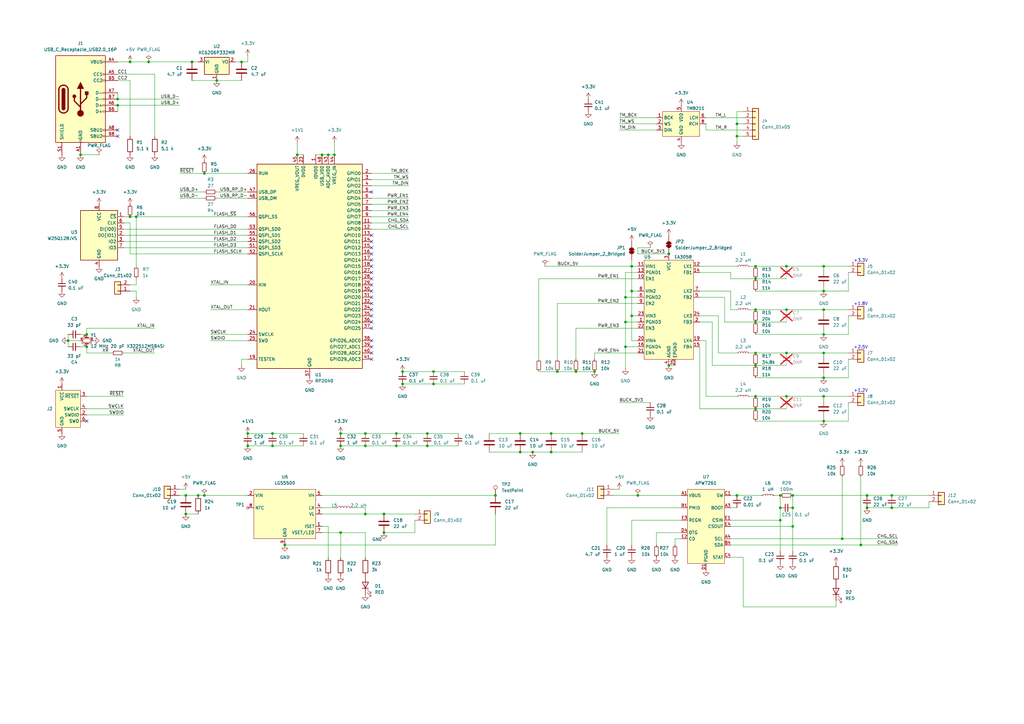
<source format=kicad_sch>
(kicad_sch (version 20231120) (generator "eeschema") (generator_version "8.0")
  (paper "A3")
  (title_block (title "LCSC part test board") (date "2024-08-18") (rev "A") (company "ArcaneNibble"))
  (junction (at 238.76 177.8))
  (junction (at 274.32 104.14))
  (junction (at 256.54 121.92))
  (junction (at 116.84 223.52))
  (junction (at 309.88 167.64))
  (junction (at 259.08 109.22))
  (junction (at 139.7 218.44))
  (junction (at 337.82 154.94))
  (junction (at 149.86 182.88))
  (junction (at 101.6 177.8))
  (junction (at 337.82 162.56))
  (junction (at 111.76 182.88))
  (junction (at 337.82 172.72))
  (junction (at 325.12 208.28))
  (junction (at 60.96 25.4))
  (junction (at 309.88 132.08))
  (junction (at 309.88 109.22))
  (junction (at 337.82 127))
  (junction (at 337.82 109.22))
  (junction (at 259.08 119.38))
  (junction (at 337.82 137.16))
  (junction (at 213.36 177.8))
  (junction (at 149.86 177.8))
  (junction (at 309.88 127))
  (junction (at 228.6 152.4))
  (junction (at 88.9 33.02))
  (junction (at 355.6 203.2))
  (junction (at 302.26 50.8))
  (junction (at 81.28 203.2))
  (junction (at 53.34 25.4))
  (junction (at 134.62 63.5))
  (junction (at 302.26 55.88))
  (junction (at 309.88 162.56))
  (junction (at 355.6 208.28))
  (junction (at 157.48 218.44))
  (junction (at 76.2 210.82))
  (junction (at 78.74 25.4))
  (junction (at 149.86 210.82))
  (junction (at 177.8 152.4))
  (junction (at 365.76 203.2))
  (junction (at 320.04 213.36))
  (junction (at 353.06 223.52))
  (junction (at 322.58 144.78))
  (junction (at 55.88 88.9))
  (junction (at 33.02 63.5))
  (junction (at 83.82 71.12))
  (junction (at 53.34 88.9))
  (junction (at 309.88 114.3))
  (junction (at 165.1 152.4))
  (junction (at 256.54 132.08))
  (junction (at 139.7 177.8))
  (junction (at 48.26 40.64))
  (junction (at 157.48 210.82))
  (junction (at 226.06 177.8))
  (junction (at 302.26 203.2))
  (junction (at 320.04 203.2))
  (junction (at 365.76 208.28))
  (junction (at 226.06 185.42))
  (junction (at 27.94 139.7))
  (junction (at 35.56 142.24))
  (junction (at 243.84 152.4))
  (junction (at 99.06 25.4))
  (junction (at 309.88 149.86))
  (junction (at 325.12 203.2))
  (junction (at 165.1 157.48))
  (junction (at 320.04 208.28))
  (junction (at 213.36 185.42))
  (junction (at 111.76 177.8))
  (junction (at 101.6 182.88))
  (junction (at 236.22 152.4))
  (junction (at 162.56 182.88))
  (junction (at 322.58 109.22))
  (junction (at 322.58 162.56))
  (junction (at 203.2 203.2))
  (junction (at 83.82 203.2))
  (junction (at 132.08 63.5))
  (junction (at 175.26 182.88))
  (junction (at 259.08 129.54))
  (junction (at 309.88 144.78))
  (junction (at 337.82 144.78))
  (junction (at 322.58 127))
  (junction (at 121.92 63.5))
  (junction (at 139.7 182.88))
  (junction (at 345.44 220.98))
  (junction (at 175.26 177.8))
  (junction (at 137.16 63.5))
  (junction (at 177.8 157.48))
  (junction (at 337.82 119.38))
  (junction (at 48.26 43.18))
  (junction (at 325.12 215.9))
  (junction (at 256.54 142.24))
  (junction (at 76.2 203.2))
  (junction (at 218.44 185.42))
  (junction (at 35.56 137.16))
  (junction (at 274.32 149.86))
  (junction (at 162.56 177.8))
  (junction (at 261.62 203.2))
  (no_connect (at 152.4 109.22))
  (no_connect (at 152.4 142.24))
  (no_connect (at 152.4 106.68))
  (no_connect (at 35.56 172.72))
  (no_connect (at 152.4 104.14))
  (no_connect (at 152.4 99.06))
  (no_connect (at 152.4 144.78))
  (no_connect (at 48.26 53.34))
  (no_connect (at 152.4 116.84))
  (no_connect (at 152.4 147.32))
  (no_connect (at 152.4 124.46))
  (no_connect (at 152.4 111.76))
  (no_connect (at 152.4 121.92))
  (no_connect (at 152.4 134.62))
  (no_connect (at 152.4 132.08))
  (no_connect (at 152.4 129.54))
  (no_connect (at 152.4 96.52))
  (no_connect (at 152.4 114.3))
  (no_connect (at 48.26 55.88))
  (no_connect (at 152.4 119.38))
  (no_connect (at 152.4 101.6))
  (no_connect (at 152.4 78.74))
  (no_connect (at 152.4 127))
  (no_connect (at 152.4 139.7))
  (wire (pts (xy 33.02 63.5) (xy 40.64 63.5)))
  (wire (pts (xy 337.82 146.05) (xy 337.82 144.78)))
  (wire (pts (xy 238.76 177.8) (xy 254 177.8)))
  (wire (pts (xy 304.8 45.72) (xy 302.26 45.72)))
  (wire (pts (xy 287.02 167.64) (xy 309.88 167.64)))
  (wire (pts (xy 287.02 129.54) (xy 294.64 129.54)))
  (wire (pts (xy 165.1 157.48) (xy 177.8 157.48)))
  (wire (pts (xy 132.08 63.5) (xy 134.62 63.5)))
  (wire (pts (xy 101.6 22.86) (xy 101.6 25.4)))
  (wire (pts (xy 228.6 124.46) (xy 228.6 147.32)))
  (wire (pts (xy 27.94 139.7) (xy 33.02 139.7)))
  (wire (pts (xy 261.62 111.76) (xy 256.54 111.76)))
  (wire (pts (xy 248.92 208.28) (xy 248.92 223.52)))
  (wire (pts (xy 309.88 127) (xy 322.58 127)))
  (wire (pts (xy 355.6 208.28) (xy 365.76 208.28)))
  (wire (pts (xy 162.56 182.88) (xy 175.26 182.88)))
  (wire (pts (xy 33.02 137.16) (xy 35.56 137.16)))
  (wire (pts (xy 337.82 172.72) (xy 337.82 171.45)))
  (wire (pts (xy 121.92 63.5) (xy 124.46 63.5)))
  (wire (pts (xy 269.24 218.44) (xy 269.24 223.52)))
  (wire (pts (xy 48.26 40.64) (xy 73.66 40.64)))
  (wire (pts (xy 86.36 127) (xy 101.6 127)))
  (wire (pts (xy 55.88 119.38) (xy 55.88 121.92)))
  (wire (pts (xy 309.88 154.94) (xy 337.82 154.94)))
  (wire (pts (xy 243.84 144.78) (xy 261.62 144.78)))
  (wire (pts (xy 254 165.1) (xy 266.7 165.1)))
  (wire (pts (xy 83.82 71.12) (xy 101.6 71.12)))
  (wire (pts (xy 304.8 228.6) (xy 299.72 228.6)))
  (wire (pts (xy 50.8 144.78) (xy 63.5 144.78)))
  (wire (pts (xy 48.26 33.02) (xy 53.34 33.02)))
  (wire (pts (xy 165.1 152.4) (xy 177.8 152.4)))
  (wire (pts (xy 111.76 182.88) (xy 124.46 182.88)))
  (wire (pts (xy 53.34 88.9) (xy 55.88 88.9)))
  (wire (pts (xy 243.84 144.78) (xy 243.84 147.32)))
  (wire (pts (xy 299.72 119.38) (xy 299.72 127)))
  (wire (pts (xy 223.52 109.22) (xy 259.08 109.22)))
  (wire (pts (xy 134.62 63.5) (xy 137.16 63.5)))
  (wire (pts (xy 256.54 132.08) (xy 256.54 142.24)))
  (wire (pts (xy 337.82 110.49) (xy 337.82 109.22)))
  (wire (pts (xy 337.82 163.83) (xy 337.82 162.56)))
  (wire (pts (xy 287.02 132.08) (xy 292.1 132.08)))
  (wire (pts (xy 132.08 208.28) (xy 137.16 208.28)))
  (wire (pts (xy 309.88 137.16) (xy 337.82 137.16)))
  (wire (pts (xy 129.54 63.5) (xy 132.08 63.5)))
  (wire (pts (xy 261.62 101.6) (xy 266.7 101.6)))
  (wire (pts (xy 50.8 88.9) (xy 53.34 88.9)))
  (wire (pts (xy 73.66 203.2) (xy 76.2 203.2)))
  (wire (pts (xy 287.02 121.92) (xy 297.18 121.92)))
  (wire (pts (xy 35.56 134.62) (xy 63.5 134.62)))
  (wire (pts (xy 149.86 182.88) (xy 162.56 182.88)))
  (wire (pts (xy 101.6 25.4) (xy 99.06 25.4)))
  (wire (pts (xy 35.56 167.64) (xy 50.8 167.64)))
  (wire (pts (xy 76.2 203.2) (xy 81.28 203.2)))
  (wire (pts (xy 76.2 210.82) (xy 81.28 210.82)))
  (wire (pts (xy 299.72 127) (xy 302.26 127)))
  (wire (pts (xy 50.8 96.52) (xy 101.6 96.52)))
  (wire (pts (xy 203.2 223.52) (xy 203.2 210.82)))
  (wire (pts (xy 381 205.74) (xy 381 208.28)))
  (wire (pts (xy 342.9 246.38) (xy 342.9 248.92)))
  (wire (pts (xy 307.34 162.56) (xy 309.88 162.56)))
  (wire (pts (xy 353.06 195.58) (xy 353.06 223.52)))
  (wire (pts (xy 101.6 139.7) (xy 86.36 139.7)))
  (wire (pts (xy 83.82 203.2) (xy 101.6 203.2)))
  (wire (pts (xy 226.06 185.42) (xy 238.76 185.42)))
  (wire (pts (xy 347.98 172.72) (xy 337.82 172.72)))
  (wire (pts (xy 337.82 162.56) (xy 347.98 162.56)))
  (wire (pts (xy 279.4 208.28) (xy 248.92 208.28)))
  (wire (pts (xy 45.72 144.78) (xy 35.56 144.78)))
  (wire (pts (xy 170.18 213.36) (xy 170.18 218.44)))
  (wire (pts (xy 88.9 78.74) (xy 101.6 78.74)))
  (wire (pts (xy 274.32 149.86) (xy 276.86 149.86)))
  (wire (pts (xy 320.04 213.36) (xy 320.04 226.06)))
  (wire (pts (xy 48.26 25.4) (xy 53.34 25.4)))
  (wire (pts (xy 60.96 25.4) (xy 78.74 25.4)))
  (wire (pts (xy 175.26 177.8) (xy 187.96 177.8)))
  (wire (pts (xy 299.72 213.36) (xy 320.04 213.36)))
  (wire (pts (xy 81.28 203.2) (xy 83.82 203.2)))
  (wire (pts (xy 299.72 114.3) (xy 309.88 114.3)))
  (wire (pts (xy 325.12 203.2) (xy 355.6 203.2)))
  (wire (pts (xy 259.08 223.52) (xy 259.08 213.36)))
  (wire (pts (xy 157.48 210.82) (xy 170.18 210.82)))
  (wire (pts (xy 302.26 50.8) (xy 302.26 55.88)))
  (wire (pts (xy 53.34 91.44) (xy 50.8 91.44)))
  (wire (pts (xy 88.9 33.02) (xy 99.06 33.02)))
  (wire (pts (xy 307.34 144.78) (xy 309.88 144.78)))
  (wire (pts (xy 254 48.26) (xy 269.24 48.26)))
  (wire (pts (xy 137.16 58.42) (xy 137.16 63.5)))
  (wire (pts (xy 83.82 81.28) (xy 73.66 81.28)))
  (wire (pts (xy 134.62 215.9) (xy 134.62 228.6)))
  (wire (pts (xy 251.46 200.66) (xy 254 200.66)))
  (wire (pts (xy 101.6 147.32) (xy 99.06 147.32)))
  (wire (pts (xy 175.26 182.88) (xy 187.96 182.88)))
  (wire (pts (xy 152.4 88.9) (xy 167.64 88.9)))
  (wire (pts (xy 73.66 71.12) (xy 83.82 71.12)))
  (wire (pts (xy 307.34 127) (xy 309.88 127)))
  (wire (pts (xy 63.5 30.48) (xy 63.5 55.88)))
  (wire (pts (xy 337.82 119.38) (xy 337.82 118.11)))
  (wire (pts (xy 347.98 119.38) (xy 337.82 119.38)))
  (wire (pts (xy 251.46 203.2) (xy 261.62 203.2)))
  (wire (pts (xy 55.88 88.9) (xy 55.88 109.22)))
  (wire (pts (xy 152.4 81.28) (xy 167.64 81.28)))
  (wire (pts (xy 53.34 104.14) (xy 53.34 91.44)))
  (wire (pts (xy 132.08 203.2) (xy 203.2 203.2)))
  (wire (pts (xy 299.72 203.2) (xy 302.26 203.2)))
  (wire (pts (xy 33.02 142.24) (xy 35.56 142.24)))
  (wire (pts (xy 261.62 119.38) (xy 259.08 119.38)))
  (wire (pts (xy 213.36 177.8) (xy 226.06 177.8)))
  (wire (pts (xy 101.6 177.8) (xy 111.76 177.8)))
  (wire (pts (xy 256.54 121.92) (xy 256.54 132.08)))
  (wire (pts (xy 297.18 132.08) (xy 309.88 132.08)))
  (wire (pts (xy 297.18 132.08) (xy 297.18 121.92)))
  (wire (pts (xy 132.08 218.44) (xy 139.7 218.44)))
  (wire (pts (xy 152.4 83.82) (xy 167.64 83.82)))
  (wire (pts (xy 228.6 152.4) (xy 236.22 152.4)))
  (wire (pts (xy 302.26 55.88) (xy 302.26 58.42)))
  (wire (pts (xy 220.98 114.3) (xy 261.62 114.3)))
  (wire (pts (xy 152.4 91.44) (xy 167.64 91.44)))
  (wire (pts (xy 50.8 99.06) (xy 101.6 99.06)))
  (wire (pts (xy 213.36 185.42) (xy 218.44 185.42)))
  (wire (pts (xy 53.34 119.38) (xy 55.88 119.38)))
  (wire (pts (xy 236.22 134.62) (xy 236.22 147.32)))
  (wire (pts (xy 53.34 25.4) (xy 60.96 25.4)))
  (wire (pts (xy 101.6 104.14) (xy 53.34 104.14)))
  (wire (pts (xy 365.76 208.28) (xy 381 208.28)))
  (wire (pts (xy 200.66 185.42) (xy 213.36 185.42)))
  (wire (pts (xy 322.58 127) (xy 337.82 127)))
  (wire (pts (xy 353.06 223.52) (xy 368.3 223.52)))
  (wire (pts (xy 101.6 182.88) (xy 111.76 182.88)))
  (wire (pts (xy 149.86 177.8) (xy 162.56 177.8)))
  (wire (pts (xy 73.66 200.66) (xy 76.2 200.66)))
  (wire (pts (xy 116.84 223.52) (xy 203.2 223.52)))
  (wire (pts (xy 287.02 139.7) (xy 289.56 139.7)))
  (wire (pts (xy 302.26 45.72) (xy 302.26 50.8)))
  (wire (pts (xy 347.98 147.32) (xy 347.98 154.94)))
  (wire (pts (xy 236.22 134.62) (xy 261.62 134.62)))
  (wire (pts (xy 337.82 144.78) (xy 347.98 144.78)))
  (wire (pts (xy 167.64 71.12) (xy 152.4 71.12)))
  (wire (pts (xy 289.56 139.7) (xy 289.56 162.56)))
  (wire (pts (xy 309.88 132.08) (xy 322.58 132.08)))
  (wire (pts (xy 50.8 101.6) (xy 101.6 101.6)))
  (wire (pts (xy 325.12 203.2) (xy 325.12 208.28)))
  (wire (pts (xy 228.6 124.46) (xy 261.62 124.46)))
  (wire (pts (xy 55.88 114.3) (xy 55.88 116.84)))
  (wire (pts (xy 139.7 182.88) (xy 149.86 182.88)))
  (wire (pts (xy 53.34 33.02) (xy 53.34 55.88)))
  (wire (pts (xy 337.82 128.27) (xy 337.82 127)))
  (wire (pts (xy 254 53.34) (xy 269.24 53.34)))
  (wire (pts (xy 177.8 157.48) (xy 190.5 157.48)))
  (wire (pts (xy 289.56 48.26) (xy 304.8 48.26)))
  (wire (pts (xy 78.74 25.4) (xy 81.28 25.4)))
  (wire (pts (xy 322.58 162.56) (xy 337.82 162.56)))
  (wire (pts (xy 259.08 109.22) (xy 259.08 119.38)))
  (wire (pts (xy 35.56 137.16) (xy 35.56 134.62)))
  (wire (pts (xy 337.82 127) (xy 347.98 127)))
  (wire (pts (xy 200.66 177.8) (xy 213.36 177.8)))
  (wire (pts (xy 261.62 203.2) (xy 279.4 203.2)))
  (wire (pts (xy 337.82 109.22) (xy 347.98 109.22)))
  (wire (pts (xy 342.9 248.92) (xy 304.8 248.92)))
  (wire (pts (xy 347.98 137.16) (xy 337.82 137.16)))
  (wire (pts (xy 320.04 208.28) (xy 320.04 213.36)))
  (wire (pts (xy 259.08 129.54) (xy 259.08 119.38)))
  (wire (pts (xy 149.86 218.44) (xy 149.86 228.6)))
  (wire (pts (xy 309.88 149.86) (xy 322.58 149.86)))
  (wire (pts (xy 35.56 170.18) (xy 50.8 170.18)))
  (wire (pts (xy 322.58 109.22) (xy 337.82 109.22)))
  (wire (pts (xy 83.82 78.74) (xy 73.66 78.74)))
  (wire (pts (xy 309.88 172.72) (xy 337.82 172.72)))
  (wire (pts (xy 35.56 144.78) (xy 35.56 142.24)))
  (wire (pts (xy 294.64 144.78) (xy 302.26 144.78)))
  (wire (pts (xy 48.26 38.1) (xy 48.26 40.64)))
  (wire (pts (xy 256.54 142.24) (xy 256.54 151.13)))
  (wire (pts (xy 337.82 154.94) (xy 337.82 153.67)))
  (wire (pts (xy 152.4 93.98) (xy 167.64 93.98)))
  (wire (pts (xy 365.76 203.2) (xy 381 203.2)))
  (wire (pts (xy 220.98 114.3) (xy 220.98 147.32)))
  (wire (pts (xy 101.6 137.16) (xy 86.36 137.16)))
  (wire (pts (xy 299.72 215.9) (xy 325.12 215.9)))
  (wire (pts (xy 292.1 149.86) (xy 309.88 149.86)))
  (wire (pts (xy 287.02 119.38) (xy 299.72 119.38)))
  (wire (pts (xy 55.88 116.84) (xy 53.34 116.84)))
  (wire (pts (xy 309.88 114.3) (xy 322.58 114.3)))
  (wire (pts (xy 287.02 142.24) (xy 287.02 167.64)))
  (wire (pts (xy 132.08 215.9) (xy 134.62 215.9)))
  (wire (pts (xy 261.62 132.08) (xy 256.54 132.08)))
  (wire (pts (xy 309.88 162.56) (xy 322.58 162.56)))
  (wire (pts (xy 167.64 76.2) (xy 152.4 76.2)))
  (wire (pts (xy 322.58 144.78) (xy 337.82 144.78)))
  (wire (pts (xy 139.7 218.44) (xy 149.86 218.44)))
  (wire (pts (xy 259.08 139.7) (xy 259.08 129.54)))
  (wire (pts (xy 88.9 81.28) (xy 101.6 81.28)))
  (wire (pts (xy 289.56 53.34) (xy 304.8 53.34)))
  (wire (pts (xy 355.6 203.2) (xy 365.76 203.2)))
  (wire (pts (xy 259.08 213.36) (xy 279.4 213.36)))
  (wire (pts (xy 149.86 210.82) (xy 157.48 210.82)))
  (wire (pts (xy 307.34 109.22) (xy 309.88 109.22)))
  (wire (pts (xy 287.02 111.76) (xy 299.72 111.76)))
  (wire (pts (xy 294.64 129.54) (xy 294.64 144.78)))
  (wire (pts (xy 309.88 109.22) (xy 322.58 109.22)))
  (wire (pts (xy 325.12 215.9) (xy 325.12 226.06)))
  (wire (pts (xy 177.8 152.4) (xy 190.5 152.4)))
  (wire (pts (xy 27.94 137.16) (xy 27.94 139.7)))
  (wire (pts (xy 121.92 58.42) (xy 121.92 63.5)))
  (wire (pts (xy 299.72 111.76) (xy 299.72 114.3)))
  (wire (pts (xy 345.44 195.58) (xy 345.44 220.98)))
  (wire (pts (xy 78.74 33.02) (xy 88.9 33.02)))
  (wire (pts (xy 236.22 152.4) (xy 243.84 152.4)))
  (wire (pts (xy 309.88 167.64) (xy 322.58 167.64)))
  (wire (pts (xy 287.02 109.22) (xy 302.26 109.22)))
  (wire (pts (xy 261.62 142.24) (xy 256.54 142.24)))
  (wire (pts (xy 149.86 210.82) (xy 149.86 208.28)))
  (wire (pts (xy 347.98 129.54) (xy 347.98 137.16)))
  (wire (pts (xy 347.98 154.94) (xy 337.82 154.94)))
  (wire (pts (xy 347.98 111.76) (xy 347.98 119.38)))
  (wire (pts (xy 220.98 152.4) (xy 228.6 152.4)))
  (wire (pts (xy 259.08 129.54) (xy 261.62 129.54)))
  (wire (pts (xy 309.88 119.38) (xy 337.82 119.38)))
  (wire (pts (xy 309.88 144.78) (xy 322.58 144.78)))
  (wire (pts (xy 259.08 109.22) (xy 259.08 106.68)))
  (wire (pts (xy 279.4 218.44) (xy 269.24 218.44)))
  (wire (pts (xy 261.62 101.6) (xy 261.62 104.14)))
  (wire (pts (xy 345.44 220.98) (xy 368.3 220.98)))
  (wire (pts (xy 261.62 139.7) (xy 259.08 139.7)))
  (wire (pts (xy 256.54 111.76) (xy 256.54 121.92)))
  (wire (pts (xy 139.7 218.44) (xy 139.7 228.6)))
  (wire (pts (xy 304.8 50.8) (xy 302.26 50.8)))
  (wire (pts (xy 48.26 30.48) (xy 63.5 30.48)))
  (wire (pts (xy 48.26 43.18) (xy 73.66 43.18)))
  (wire (pts (xy 279.4 220.98) (xy 276.86 220.98)))
  (wire (pts (xy 111.76 177.8) (xy 124.46 177.8)))
  (wire (pts (xy 86.36 116.84) (xy 101.6 116.84)))
  (wire (pts (xy 35.56 162.56) (xy 50.8 162.56)))
  (wire (pts (xy 261.62 121.92) (xy 256.54 121.92)))
  (wire (pts (xy 149.86 208.28) (xy 144.78 208.28)))
  (wire (pts (xy 162.56 177.8) (xy 175.26 177.8)))
  (wire (pts (xy 289.56 162.56) (xy 302.26 162.56)))
  (wire (pts (xy 157.48 218.44) (xy 170.18 218.44)))
  (wire (pts (xy 254 50.8) (xy 269.24 50.8)))
  (wire (pts (xy 292.1 149.86) (xy 292.1 132.08)))
  (wire (pts (xy 299.72 223.52) (xy 353.06 223.52)))
  (wire (pts (xy 299.72 220.98) (xy 345.44 220.98)))
  (wire (pts (xy 48.26 43.18) (xy 48.26 45.72)))
  (wire (pts (xy 261.62 109.22) (xy 259.08 109.22)))
  (wire (pts (xy 302.26 203.2) (xy 312.42 203.2)))
  (wire (pts (xy 347.98 165.1) (xy 347.98 172.72)))
  (wire (pts (xy 261.62 104.14) (xy 274.32 104.14)))
  (wire (pts (xy 218.44 185.42) (xy 226.06 185.42)))
  (wire (pts (xy 276.86 220.98) (xy 276.86 223.52)))
  (wire (pts (xy 289.56 50.8) (xy 289.56 53.34)))
  (wire (pts (xy 320.04 203.2) (xy 320.04 208.28)))
  (wire (pts (xy 132.08 210.82) (xy 149.86 210.82)))
  (wire (pts (xy 55.88 88.9) (xy 101.6 88.9)))
  (wire (pts (xy 152.4 86.36) (xy 167.64 86.36)))
  (wire (pts (xy 226.06 177.8) (xy 238.76 177.8)))
  (wire (pts (xy 139.7 177.8) (xy 149.86 177.8)))
  (wire (pts (xy 99.06 147.32) (xy 99.06 149.86)))
  (wire (pts (xy 304.8 55.88) (xy 302.26 55.88)))
  (wire (pts (xy 27.94 139.7) (xy 27.94 142.24)))
  (wire (pts (xy 50.8 93.98) (xy 101.6 93.98)))
  (wire (pts (xy 167.64 73.66) (xy 152.4 73.66)))
  (wire (pts (xy 325.12 208.28) (xy 325.12 215.9)))
  (wire (pts (xy 317.5 203.2) (xy 320.04 203.2)))
  (wire (pts (xy 99.06 25.4) (xy 96.52 25.4)))
  (wire (pts (xy 337.82 137.16) (xy 337.82 135.89)))
  (wire (pts (xy 299.72 208.28) (xy 302.26 208.28)))
  (wire (pts (xy 304.8 248.92) (xy 304.8 228.6)))
  (text "+1.2V" (at 353.06 160.274 0) (effects (font (size 1.27 1.27))))
  (text "+2.5V" (at 353.06 142.494 0) (effects (font (size 1.27 1.27))))
  (text "+1.8V" (at 353.06 124.714 0) (effects (font (size 1.27 1.27))))
  (text "+3.3V" (at 353.06 106.934 0) (effects (font (size 1.27 1.27))))
  (label "PWR_EN1" (at 167.64 81.28 180))
  (label "PWR_EN4" (at 167.64 88.9 180))
  (label "CC1" (at 48.26 30.48 0))
  (label "CHG_SCL" (at 368.3 220.98 180))
  (label "FLASH_D0" (at 87.63 93.98 0))
  (label "BUCK_5V" (at 254 177.8 180))
  (label "FLASH_D3" (at 87.63 101.6 0))
  (label "XTAL_IN" (at 63.5 134.62 180))
  (label "BUCK_3V3" (at 254 165.1 0))
  (label "TM_WS" (at 167.64 73.66 180))
  (label "TM_BCK" (at 167.64 71.12 180))
  (label "PWR_EN4" (at 245.11 144.78 0))
  (label "XTAL_IN" (at 86.36 116.84 0))
  (label "USB_D+" (at 73.66 78.74 0))
  (label "XR" (at 41.91 144.78 0))
  (label "XTAL_OUT" (at 86.36 127 0))
  (label "SWCLK" (at 86.36 137.16 0))
  (label "PWR_EN3" (at 167.64 86.36 180))
  (label "PWR_EN2" (at 245.11 124.46 0))
  (label "FLASH_SCLK" (at 87.63 104.14 0))
  (label "PWR_EN1" (at 245.11 114.3 0))
  (label "FLASH_D1" (at 87.63 96.52 0))
  (label "CHG_SCL" (at 167.64 93.98 180))
  (label "PWR_EN3" (at 245.11 134.62 0))
  (label "TM_WS" (at 254 50.8 0))
  (label "USB_RP_D+" (at 90.17 78.74 0))
  (label "FLASH_~{SS}" (at 87.63 88.9 0))
  (label "FLASH_D2" (at 87.63 99.06 0))
  (label "TM_BCK" (at 254 48.26 0))
  (label "SWDIO" (at 50.8 170.18 180))
  (label "CHG_SDA" (at 167.64 91.44 180))
  (label "XTAL_OUT" (at 63.5 144.78 180))
  (label "TM_R" (at 293.37 53.34 0))
  (label "CHG_SDA" (at 368.3 223.52 180))
  (label "BUCK_5V" (at 228.6 109.22 0))
  (label "USB_RP_D-" (at 90.17 81.28 0))
  (label "USB_D-" (at 73.66 40.64 180))
  (label "SWDIO" (at 86.36 139.7 0))
  (label "TM_DIN" (at 167.64 76.2 180))
  (label "USB_D-" (at 73.66 81.28 0))
  (label "TM_DIN" (at 254 53.34 0))
  (label "TM_L" (at 293.37 48.26 0))
  (label "~{RESET}" (at 73.66 71.12 0))
  (label "SWCLK" (at 50.8 167.64 180))
  (label "PWR_EN2" (at 167.64 83.82 180))
  (label "CC2" (at 48.26 33.02 0))
  (label "BUCK_3V3" (at 262.89 104.14 0))
  (label "USB_D+" (at 73.66 43.18 180))
  (label "~{RESET}" (at 50.8 162.56 180))
  (symbol (lib_id "Device:R") (at 53.34 59.69 0) (unit 1)
    (property "Reference" "R1" (at 55.88 58.4199 0) (effects (justify left)))
    (property "Value" "5.1 k" (at 55.88 60.9599 0) (effects (justify left)))
    (property "Footprint" "Resistor_SMD:R_0402_1005Metric" (effects (hide yes)))
    (property "Description" "Resistor" (effects (hide yes)))
    (property "LCSC" "C25905" (effects (hide yes)))
  )
  (symbol (lib_id "Connector_Generic:Conn_01x02") (at 68.58 200.66 0) (mirror y) (unit 1) (in_bom no)
    (property "Reference" "J10" (at 66.04 200.6599 0) (effects (justify left)))
    (property "Value" "Conn_01x02" (at 66.04 203.1999 0) (effects (justify left)))
    (property "Footprint" "Connector_PinHeader_2.54mm:PinHeader_1x02_P2.54mm_Vertical" (effects (hide yes)))
    (property "Description" "Generic connector, single row, 01x02, script generated (kicad-library-utils/schlib/autogen/connector/)" (effects (hide yes)))
  )
  (symbol (lib_id "power:+3.3V") (at 25.4 114.3 0) (unit 1)
    (property "Reference" "#PWR061" (effects (hide yes)))
    (property "Value" "+3.3V" (at 25.4 109.22 0))
    (property "Description" "Power symbol creates a global label with name \"+3.3V\"" (effects (hide yes)))
  )
  (symbol (lib_id "power:GND") (at 276.86 228.6 0) (unit 1)
    (property "Reference" "#PWR044" (effects (hide yes)))
    (property "Value" "GND" (at 276.86 233.68 0))
    (property "Description" "Power symbol creates a global label with name \"GND\" , ground" (effects (hide yes)))
  )
  (symbol (lib_id "power:GND") (at 256.54 151.13 0) (unit 1)
    (property "Reference" "#PWR027" (effects (hide yes)))
    (property "Value" "GND" (at 256.54 156.21 0))
    (property "Description" "Power symbol creates a global label with name \"GND\" , ground" (effects (hide yes)))
  )
  (symbol (lib_id "Device:C") (at 226.06 181.61 0) (unit 1)
    (property "Reference" "C15" (at 229.87 180.3399 0) (effects (justify left)))
    (property "Value" "10 uF" (at 229.87 182.8799 0) (effects (justify left)))
    (property "Footprint" "Capacitor_SMD:C_1206_3216Metric" (effects (hide yes)))
    (property "Description" "Unpolarized capacitor" (effects (hide yes)))
    (property "LCSC" "C13585" (effects (hide yes)))
  )
  (symbol (lib_id "power:PWR_FLAG") (at 266.7 101.6 0) (unit 1)
    (property "Reference" "#FLG03" (effects (hide yes)))
    (property "Value" "PWR_FLAG" (at 266.7 96.52 0))
    (property "Description" "Special symbol for telling ERC where power comes from" (effects (hide yes)))
  )
  (symbol (lib_id "Device:C_Small") (at 322.58 129.54 0) (unit 1) (in_bom no) (dnp yes)
    (property "Reference" "C7" (at 325.12 128.2762 0) (effects (justify left)))
    (property "Value" "DNP" (at 325.12 130.8162 0) (effects (justify left)))
    (property "Footprint" "Capacitor_SMD:C_0603_1608Metric" (effects (hide yes)))
    (property "Description" "Unpolarized capacitor, small symbol" (effects (hide yes)))
  )
  (symbol (lib_id "power:GND") (at 88.9 33.02 0) (unit 1)
    (property "Reference" "#PWR06" (effects (hide yes)))
    (property "Value" "GND" (at 88.9 38.1 0))
    (property "Description" "Power symbol creates a global label with name \"GND\" , ground" (effects (hide yes)))
  )
  (symbol (lib_id "parts:EA3058") (at 274.32 127 0) (unit 1)
    (property "Reference" "U5" (at 264.16 105.41 0) (effects (justify left)))
    (property "Value" "EA3058" (at 276.5141 105.41 0) (effects (justify left)))
    (property "Footprint" "Package_DFN_QFN:QFN-24-1EP_4x4mm_P0.5mm_EP2.6x2.6mm" (effects (hide yes)))
    (property "LCSC" "C575412" (effects (hide yes)))
  )
  (symbol (lib_id "Device:C_Small") (at 25.4 116.84 0) (mirror y) (unit 1)
    (property "Reference" "C40" (at 27.94 115.5762 0) (effects (justify right)))
    (property "Value" "0.1 uF" (at 27.94 118.1162 0) (effects (justify right)))
    (property "Footprint" "Capacitor_SMD:C_0402_1005Metric" (effects (hide yes)))
    (property "Description" "Unpolarized capacitor, small symbol" (effects (hide yes)))
    (property "LCSC" "C1525" (effects (hide yes)))
  )
  (symbol (lib_id "Device:R_Small") (at 48.26 144.78 90) (mirror x) (unit 1)
    (property "Reference" "R8" (at 48.26 149.86 90))
    (property "Value" "1k" (at 48.26 147.32 90))
    (property "Footprint" "Resistor_SMD:R_0402_1005Metric" (effects (hide yes)))
    (property "Description" "Resistor, small symbol" (effects (hide yes)))
    (property "LCSC" "C11702" (effects (hide yes)))
  )
  (symbol (lib_id "power:GND") (at 279.4 58.42 0) (unit 1)
    (property "Reference" "#PWR021" (effects (hide yes)))
    (property "Value" "GND" (at 279.4 63.5 0))
    (property "Description" "Power symbol creates a global label with name \"GND\" , ground" (effects (hide yes)))
  )
  (symbol (lib_id "Connector_Generic:Conn_01x05") (at 309.88 50.8 0) (unit 1) (in_bom no)
    (property "Reference" "J4" (at 312.42 49.5299 0) (effects (justify left)))
    (property "Value" "Conn_01x05" (at 312.42 52.0699 0) (effects (justify left)))
    (property "Footprint" "Connector_PinHeader_2.54mm:PinHeader_1x05_P2.54mm_Vertical" (effects (hide yes)))
    (property "Description" "Generic connector, single row, 01x05, script generated (kicad-library-utils/schlib/autogen/connector/)" (effects (hide yes)))
  )
  (symbol (lib_id "power:GND") (at 127 154.94 0) (unit 1)
    (property "Reference" "#PWR010" (effects (hide yes)))
    (property "Value" "GND" (at 127 160.02 0))
    (property "Description" "Power symbol creates a global label with name \"GND\" , ground" (effects (hide yes)))
  )
  (symbol (lib_id "Device:R_Small") (at 228.6 149.86 0) (unit 1)
    (property "Reference" "R10" (at 231.14 148.5899 0) (effects (justify left)))
    (property "Value" "10k" (at 231.14 151.1299 0) (effects (justify left)))
    (property "Footprint" "Resistor_SMD:R_0402_1005Metric" (effects (hide yes)))
    (property "Description" "Resistor, small symbol" (effects (hide yes)))
    (property "LCSC" "C25744" (effects (hide yes)))
  )
  (symbol (lib_id "power:PWR_FLAG") (at 261.62 203.2 0) (unit 1)
    (property "Reference" "#FLG06" (effects (hide yes)))
    (property "Value" "PWR_FLAG" (at 261.62 198.12 0))
    (property "Description" "Special symbol for telling ERC where power comes from" (effects (hide yes)))
  )
  (symbol (lib_id "Device:R_Small") (at 309.88 152.4 0) (unit 1)
    (property "Reference" "R18" (at 312.42 151.1299 0) (effects (justify left)))
    (property "Value" "11k" (at 312.42 153.6699 0) (effects (justify left)))
    (property "Footprint" "Resistor_SMD:R_0603_1608Metric" (effects (hide yes)))
    (property "Description" "Resistor, small symbol" (effects (hide yes)))
    (property "LCSC" "C25950" (effects (hide yes)))
  )
  (symbol (lib_id "Device:C") (at 337.82 149.86 0) (unit 1)
    (property "Reference" "C10" (at 341.63 148.5899 0) (effects (justify left)))
    (property "Value" "22 uF" (at 341.63 151.1299 0) (effects (justify left)))
    (property "Footprint" "Capacitor_SMD:C_1206_3216Metric" (effects (hide yes)))
    (property "Description" "Unpolarized capacitor" (effects (hide yes)))
    (property "LCSC" "C12891" (effects (hide yes)))
  )
  (symbol (lib_id "power:GND") (at 320.04 231.14 0) (unit 1)
    (property "Reference" "#PWR049" (effects (hide yes)))
    (property "Value" "GND" (at 320.04 236.22 0))
    (property "Description" "Power symbol creates a global label with name \"GND\" , ground" (effects (hide yes)))
  )
  (symbol (lib_id "Connector_Generic:Conn_01x02") (at 353.06 109.22 0) (unit 1) (in_bom no)
    (property "Reference" "J5" (at 355.6 109.2199 0) (effects (justify left)))
    (property "Value" "Conn_01x02" (at 355.6 111.7599 0) (effects (justify left)))
    (property "Footprint" "Connector_PinHeader_2.54mm:PinHeader_1x02_P2.54mm_Vertical" (effects (hide yes)))
    (property "Description" "Generic connector, single row, 01x02, script generated (kicad-library-utils/schlib/autogen/connector/)" (effects (hide yes)))
  )
  (symbol (lib_id "power:+3.3V") (at 137.16 58.42 0) (unit 1)
    (property "Reference" "#PWR011" (effects (hide yes)))
    (property "Value" "+3.3V" (at 137.16 53.34 0))
    (property "Description" "Power symbol creates a global label with name \"+3.3V\"" (effects (hide yes)))
  )
  (symbol (lib_id "Device:R_Small") (at 276.86 226.06 0) (unit 1)
    (property "Reference" "R27" (at 274.32 224.7899 0) (effects (justify right)))
    (property "Value" "10k" (at 274.32 227.3299 0) (effects (justify right)))
    (property "Footprint" "Resistor_SMD:R_0402_1005Metric" (effects (hide yes)))
    (property "Description" "Resistor, small symbol" (effects (hide yes)))
    (property "LCSC" "C25744" (effects (hide yes)))
  )
  (symbol (lib_id "Device:R") (at 149.86 232.41 0) (unit 1)
    (property "Reference" "R23" (at 152.4 231.1399 0) (effects (justify left)))
    (property "Value" "3k" (at 152.4 233.6799 0) (effects (justify left)))
    (property "Footprint" "Resistor_SMD:R_0603_1608Metric" (effects (hide yes)))
    (property "Description" "Resistor" (effects (hide yes)))
    (property "LCSC" "C4211" (effects (hide yes)))
  )
  (symbol (lib_id "Device:R_Small") (at 220.98 149.86 0) (unit 1)
    (property "Reference" "R9" (at 223.52 148.5899 0) (effects (justify left)))
    (property "Value" "10k" (at 223.52 151.1299 0) (effects (justify left)))
    (property "Footprint" "Resistor_SMD:R_0402_1005Metric" (effects (hide yes)))
    (property "Description" "Resistor, small symbol" (effects (hide yes)))
    (property "LCSC" "C25744" (effects (hide yes)))
  )
  (symbol (lib_id "Device:C_Small") (at 190.5 154.94 0) (mirror y) (unit 1)
    (property "Reference" "C39" (at 193.04 153.6762 0) (effects (justify right)))
    (property "Value" "0.1 uF" (at 193.04 156.2162 0) (effects (justify right)))
    (property "Footprint" "Capacitor_SMD:C_0402_1005Metric" (effects (hide yes)))
    (property "Description" "Unpolarized capacitor, small symbol" (effects (hide yes)))
    (property "LCSC" "C1525" (effects (hide yes)))
  )
  (symbol (lib_id "Device:C_Small") (at 365.76 205.74 0) (mirror y) (unit 1)
    (property "Reference" "C27" (at 368.3 204.4762 0) (effects (justify right)))
    (property "Value" "22 uF" (at 368.3 207.0162 0) (effects (justify right)))
    (property "Footprint" "Capacitor_SMD:C_1206_3216Metric" (effects (hide yes)))
    (property "Description" "Unpolarized capacitor, small symbol" (effects (hide yes)))
    (property "LCSC" "C12891" (effects (hide yes)))
  )
  (symbol (lib_id "power:+3.3V") (at 101.6 22.86 0) (unit 1)
    (property "Reference" "#PWR07" (effects (hide yes)))
    (property "Value" "+3.3V" (at 101.6 17.78 0))
    (property "Description" "Power symbol creates a global label with name \"+3.3V\"" (effects (hide yes)))
  )
  (symbol (lib_id "Connector_Generic:Conn_01x02") (at 48.26 119.38 180) (unit 1) (in_bom no)
    (property "Reference" "J3" (at 48.26 110.49 0))
    (property "Value" "Conn_01x02" (at 48.26 113.03 0))
    (property "Footprint" "Connector_PinHeader_2.54mm:PinHeader_1x02_P2.54mm_Vertical" (effects (hide yes)))
    (property "Description" "Generic connector, single row, 01x02, script generated (kicad-library-utils/schlib/autogen/connector/)" (effects (hide yes)))
  )
  (symbol (lib_id "power:GND") (at 116.84 223.52 0) (unit 1)
    (property "Reference" "#PWR034" (effects (hide yes)))
    (property "Value" "GND" (at 116.84 228.6 0))
    (property "Description" "Power symbol creates a global label with name \"GND\" , ground" (effects (hide yes)))
  )
  (symbol (lib_id "power:GND") (at 55.88 121.92 0) (unit 1)
    (property "Reference" "#PWR018" (effects (hide yes)))
    (property "Value" "GND" (at 55.88 127 0))
    (property "Description" "Power symbol creates a global label with name \"GND\" , ground" (effects (hide yes)))
  )
  (symbol (lib_id "Device:C_Small") (at 162.56 180.34 0) (mirror y) (unit 1)
    (property "Reference" "C34" (at 165.1 179.0762 0) (effects (justify right)))
    (property "Value" "0.1 uF" (at 165.1 181.6162 0) (effects (justify right)))
    (property "Footprint" "Capacitor_SMD:C_0402_1005Metric" (effects (hide yes)))
    (property "Description" "Unpolarized capacitor, small symbol" (effects (hide yes)))
    (property "LCSC" "C1525" (effects (hide yes)))
  )
  (symbol (lib_id "power:GND") (at 302.26 58.42 0) (unit 1)
    (property "Reference" "#PWR023" (effects (hide yes)))
    (property "Value" "GND" (at 302.26 63.5 0))
    (property "Description" "Power symbol creates a global label with name \"GND\" , ground" (effects (hide yes)))
  )
  (symbol (lib_id "Device:R") (at 139.7 232.41 0) (unit 1)
    (property "Reference" "R22" (at 142.24 231.1399 0) (effects (justify left)))
    (property "Value" "1k" (at 142.24 233.6799 0) (effects (justify left)))
    (property "Footprint" "Resistor_SMD:R_0402_1005Metric" (effects (hide yes)))
    (property "Description" "Resistor" (effects (hide yes)))
    (property "LCSC" "C11702" (effects (hide yes)))
  )
  (symbol (lib_id "power:+3.3V") (at 53.34 83.82 0) (unit 1)
    (property "Reference" "#PWR017" (effects (hide yes)))
    (property "Value" "+3.3V" (at 53.34 78.74 0))
    (property "Description" "Power symbol creates a global label with name \"+3.3V\"" (effects (hide yes)))
  )
  (symbol (lib_id "Connector_Generic:Conn_01x02") (at 353.06 162.56 0) (unit 1) (in_bom no)
    (property "Reference" "J8" (at 355.6 162.5599 0) (effects (justify left)))
    (property "Value" "Conn_01x02" (at 355.6 165.0999 0) (effects (justify left)))
    (property "Footprint" "Connector_PinHeader_2.54mm:PinHeader_1x02_P2.54mm_Vertical" (effects (hide yes)))
    (property "Description" "Generic connector, single row, 01x02, script generated (kicad-library-utils/schlib/autogen/connector/)" (effects (hide yes)))
  )
  (symbol (lib_id "Device:C") (at 337.82 132.08 0) (unit 1)
    (property "Reference" "C8" (at 341.63 130.8099 0) (effects (justify left)))
    (property "Value" "22 uF" (at 341.63 133.3499 0) (effects (justify left)))
    (property "Footprint" "Capacitor_SMD:C_1206_3216Metric" (effects (hide yes)))
    (property "Description" "Unpolarized capacitor" (effects (hide yes)))
    (property "LCSC" "C12891" (effects (hide yes)))
  )
  (symbol (lib_id "Connector:USB_C_Receptacle_USB2.0_16P") (at 33.02 40.64 0) (unit 1)
    (property "Reference" "J1" (at 33.02 17.78 0))
    (property "Value" "USB_C_Receptacle_USB2.0_16P" (at 33.02 20.32 0))
    (property "Footprint" "Connector_USB:USB_C_Receptacle_GCT_USB4105-xx-A_16P_TopMnt_Horizontal" (effects (hide yes)))
    (property "Datasheet" "https://www.usb.org/sites/default/files/documents/usb_type-c.zip" (effects (hide yes)))
    (property "Description" "USB 2.0-only 16P Type-C Receptacle connector" (effects (hide yes)))
    (property "LCSC" "C2765186" (effects (hide yes)))
  )
  (symbol (lib_id "Jumper:SolderJumper_2_Bridged") (at 274.32 100.33 90) (mirror x) (unit 1) (exclude_from_sim yes) (in_bom no)
    (property "Reference" "JP2" (at 276.86 99.0599 90) (effects (justify right)))
    (property "Value" "SolderJumper_2_Bridged" (at 276.86 101.5999 90) (effects (justify right)))
    (property "Footprint" "Jumper:SolderJumper-2_P1.3mm_Bridged_RoundedPad1.0x1.5mm" (effects (hide yes)))
    (property "Description" "Solder Jumper, 2-pole, closed/bridged" (effects (hide yes)))
  )
  (symbol (lib_id "power:GND") (at 139.7 236.22 0) (unit 1)
    (property "Reference" "#PWR036" (effects (hide yes)))
    (property "Value" "GND" (at 139.7 241.3 0))
    (property "Description" "Power symbol creates a global label with name \"GND\" , ground" (effects (hide yes)))
  )
  (symbol (lib_id "power:GND") (at 134.62 236.22 0) (unit 1)
    (property "Reference" "#PWR035" (effects (hide yes)))
    (property "Value" "GND" (at 134.62 241.3 0))
    (property "Description" "Power symbol creates a global label with name \"GND\" , ground" (effects (hide yes)))
  )
  (symbol (lib_id "Device:R_Small") (at 236.22 149.86 0) (unit 1)
    (property "Reference" "R11" (at 238.76 148.5899 0) (effects (justify left)))
    (property "Value" "10k" (at 238.76 151.1299 0) (effects (justify left)))
    (property "Footprint" "Resistor_SMD:R_0402_1005Metric" (effects (hide yes)))
    (property "Description" "Resistor, small symbol" (effects (hide yes)))
    (property "LCSC" "C25744" (effects (hide yes)))
  )
  (symbol (lib_id "power:GND") (at 63.5 63.5 0) (unit 1)
    (property "Reference" "#PWR05" (effects (hide yes)))
    (property "Value" "GND" (at 63.5 68.58 0))
    (property "Description" "Power symbol creates a global label with name \"GND\" , ground" (effects (hide yes)))
  )
  (symbol (lib_id "power:GND") (at 25.4 63.5 0) (unit 1)
    (property "Reference" "#PWR02" (effects (hide yes)))
    (property "Value" "GND" (at 25.4 68.58 0))
    (property "Description" "Power symbol creates a global label with name \"GND\" , ground" (effects (hide yes)))
  )
  (symbol (lib_id "power:GND") (at 25.4 177.8 0) (unit 1)
    (property "Reference" "#PWR013" (effects (hide yes)))
    (property "Value" "GND" (at 25.4 182.88 0))
    (property "Description" "Power symbol creates a global label with name \"GND\" , ground" (effects (hide yes)))
  )
  (symbol (lib_id "Device:C_Small") (at 302.26 205.74 0) (mirror y) (unit 1)
    (property "Reference" "C22" (at 304.8 204.4762 0) (effects (justify right)))
    (property "Value" "0.01 uF" (at 304.8 207.0162 0) (effects (justify right)))
    (property "Footprint" "Capacitor_SMD:C_0805_2012Metric" (effects (hide yes)))
    (property "Description" "Unpolarized capacitor, small symbol" (effects (hide yes)))
    (property "LCSC" "C1710" (effects (hide yes)))
  )
  (symbol (lib_id "Device:C_Small") (at 30.48 137.16 90) (unit 1)
    (property "Reference" "C3" (at 30.4863 130.81 90))
    (property "Value" "33 pF" (at 30.4863 133.35 90))
    (property "Footprint" "Capacitor_SMD:C_0402_1005Metric" (effects (hide yes)))
    (property "Description" "Unpolarized capacitor, small symbol" (effects (hide yes)))
    (property "LCSC" "C1562" (effects (hide yes)))
  )
  (symbol (lib_id "Device:Crystal_GND24_Small") (at 35.56 139.7 90) (unit 1)
    (property "Reference" "Y1" (at 38.354 137.414 90))
    (property "Value" "12 MHz 20 pF X322512MSB4SI" (at 52.324 141.986 90))
    (property "Footprint" "Crystal:Crystal_SMD_3225-4Pin_3.2x2.5mm" (effects (hide yes)))
    (property "Description" "Four pin crystal, GND on pins 2 and 4, small symbol" (effects (hide yes)))
    (property "LCSC" "C9002" (effects (hide yes)))
  )
  (symbol (lib_id "power:GND") (at 243.84 152.4 0) (unit 1)
    (property "Reference" "#PWR025" (effects (hide yes)))
    (property "Value" "GND" (at 243.84 157.48 0))
    (property "Description" "Power symbol creates a global label with name \"GND\" , ground" (effects (hide yes)))
  )
  (symbol (lib_id "power:GND") (at 355.6 208.28 0) (unit 1)
    (property "Reference" "#PWR051" (effects (hide yes)))
    (property "Value" "GND" (at 355.6 213.36 0))
    (property "Description" "Power symbol creates a global label with name \"GND\" , ground" (effects (hide yes)))
  )
  (symbol (lib_id "Device:C_Small") (at 101.6 180.34 0) (mirror y) (unit 1)
    (property "Reference" "C29" (at 104.14 179.0762 0) (effects (justify right)))
    (property "Value" "1 uF" (at 104.14 181.6162 0) (effects (justify right)))
    (property "Footprint" "Capacitor_SMD:C_0603_1608Metric" (effects (hide yes)))
    (property "Description" "Unpolarized capacitor, small symbol" (effects (hide yes)))
    (property "LCSC" "C15849" (effects (hide yes)))
  )
  (symbol (lib_id "power:GND") (at 165.1 157.48 0) (unit 1)
    (property "Reference" "#PWR057" (effects (hide yes)))
    (property "Value" "GND" (at 165.1 162.56 0))
    (property "Description" "Power symbol creates a global label with name \"GND\" , ground" (effects (hide yes)))
  )
  (symbol (lib_id "Device:C") (at 157.48 214.63 0) (unit 1)
    (property "Reference" "C18" (at 161.29 213.3599 0) (effects (justify left)))
    (property "Value" "22 uF" (at 161.29 215.8999 0) (effects (justify left)))
    (property "Footprint" "Capacitor_SMD:C_1206_3216Metric" (effects (hide yes)))
    (property "Description" "Unpolarized capacitor" (effects (hide yes)))
    (property "LCSC" "C12891" (effects (hide yes)))
  )
  (symbol (lib_id "Device:C") (at 99.06 29.21 0) (unit 1)
    (property "Reference" "C2" (at 102.87 27.9399 0) (effects (justify left)))
    (property "Value" "4.7 uF" (at 102.87 30.4799 0) (effects (justify left)))
    (property "Footprint" "Capacitor_SMD:C_0805_2012Metric" (effects (hide yes)))
    (property "Description" "Unpolarized capacitor" (effects (hide yes)))
    (property "LCSC" "C1779" (effects (hide yes)))
  )
  (symbol (lib_id "Device:L_Small") (at 304.8 109.22 90) (unit 1)
    (property "Reference" "L1" (at 304.8 104.14 90))
    (property "Value" "2.2 uH" (at 304.8 106.68 90))
    (property "Footprint" "parts:L_Changjiang_FXL0420" (effects (hide yes)))
    (property "Description" "Inductor, small symbol" (effects (hide yes)))
    (property "LCSC" "C167206" (effects (hide yes)))
  )
  (symbol (lib_id "parts:LGS5500") (at 116.84 210.82 0) (unit 1)
    (property "Reference" "U6" (at 116.84 195.58 0))
    (property "Value" "LGS5500" (at 116.84 198.12 0))
    (property "Footprint" "Package_SO:SOIC-8-1EP_3.9x4.9mm_P1.27mm_EP2.41x3.3mm" (effects (hide yes)))
    (property "LCSC" "C5280699" (effects (hide yes)))
  )
  (symbol (lib_id "Device:C") (at 76.2 207.01 0) (mirror y) (unit 1)
    (property "Reference" "C19" (at 72.39 205.7399 0) (effects (justify left)))
    (property "Value" "10 uF" (at 72.39 208.2799 0) (effects (justify left)))
    (property "Footprint" "Capacitor_SMD:C_1206_3216Metric" (effects (hide yes)))
    (property "Description" "Unpolarized capacitor" (effects (hide yes)))
    (property "LCSC" "C13585" (effects (hide yes)))
  )
  (symbol (lib_id "Device:LED") (at 149.86 240.03 90) (unit 1)
    (property "Reference" "D1" (at 153.67 240.3474 90) (effects (justify right)))
    (property "Value" "RED" (at 153.67 242.8874 90) (effects (justify right)))
    (property "Footprint" "LED_SMD:LED_0603_1608Metric" (effects (hide yes)))
    (property "Description" "Light emitting diode" (effects (hide yes)))
    (property "LCSC" "C2286" (effects (hide yes)))
  )
  (symbol (lib_id "Device:L_Small") (at 304.8 144.78 90) (unit 1)
    (property "Reference" "L3" (at 304.8 139.7 90))
    (property "Value" "2.2 uH" (at 304.8 142.24 90))
    (property "Footprint" "parts:L_Changjiang_FXL0420" (effects (hide yes)))
    (property "Description" "Inductor, small symbol" (effects (hide yes)))
    (property "LCSC" "C167206" (effects (hide yes)))
  )
  (symbol (lib_id "power:GND") (at 76.2 210.82 0) (unit 1)
    (property "Reference" "#PWR039" (effects (hide yes)))
    (property "Value" "GND" (at 76.2 215.9 0))
    (property "Description" "Power symbol creates a global label with name \"GND\" , ground" (effects (hide yes)))
  )
  (symbol (lib_id "Device:C_Small") (at 325.12 228.6 0) (mirror y) (unit 1)
    (property "Reference" "C24" (at 327.66 227.3362 0) (effects (justify right)))
    (property "Value" "0.1 uF" (at 327.66 229.8762 0) (effects (justify right)))
    (property "Footprint" "Capacitor_SMD:C_0402_1005Metric" (effects (hide yes)))
    (property "Description" "Unpolarized capacitor, small symbol" (effects (hide yes)))
    (property "LCSC" "C1525" (effects (hide yes)))
  )
  (symbol (lib_id "Device:C_Small") (at 149.86 180.34 0) (mirror y) (unit 1)
    (property "Reference" "C33" (at 152.4 179.0762 0) (effects (justify right)))
    (property "Value" "0.1 uF" (at 152.4 181.6162 0) (effects (justify right)))
    (property "Footprint" "Capacitor_SMD:C_0402_1005Metric" (effects (hide yes)))
    (property "Description" "Unpolarized capacitor, small symbol" (effects (hide yes)))
    (property "LCSC" "C1525" (effects (hide yes)))
  )
  (symbol (lib_id "power:GND") (at 99.06 149.86 0) (unit 1)
    (property "Reference" "#PWR015" (effects (hide yes)))
    (property "Value" "GND" (at 99.06 154.94 0))
    (property "Description" "Power symbol creates a global label with name \"GND\" , ground" (effects (hide yes)))
  )
  (symbol (lib_id "Device:R_Small") (at 345.44 193.04 0) (unit 1)
    (property "Reference" "R25" (at 342.9 191.7699 0) (effects (justify right)))
    (property "Value" "10k" (at 342.9 194.3099 0) (effects (justify right)))
    (property "Footprint" "Resistor_SMD:R_0402_1005Metric" (effects (hide yes)))
    (property "Description" "Resistor, small symbol" (effects (hide yes)))
    (property "LCSC" "C25744" (effects (hide yes)))
  )
  (symbol (lib_id "Device:R_Small") (at 309.88 129.54 0) (unit 1)
    (property "Reference" "R15" (at 312.42 128.2699 0) (effects (justify left)))
    (property "Value" "20k" (at 312.42 130.8099 0) (effects (justify left)))
    (property "Footprint" "Resistor_SMD:R_0402_1005Metric" (effects (hide yes)))
    (property "Description" "Resistor, small symbol" (effects (hide yes)))
    (property "LCSC" "C25765" (effects (hide yes)))
  )
  (symbol (lib_id "Connector_Generic:Conn_01x02") (at 386.08 203.2 0) (unit 1)
    (property "Reference" "J12" (at 388.62 203.1999 0) (effects (justify left)))
    (property "Value" "Conn_01x02" (at 388.62 205.7399 0) (effects (justify left)))
    (property "Footprint" "Connector_JST:JST_PH_B2B-PH-SM4-TB_1x02-1MP_P2.00mm_Vertical" (effects (hide yes)))
    (property "Description" "Generic connector, single row, 01x02, script generated (kicad-library-utils/schlib/autogen/connector/)" (effects (hide yes)))
    (property "LCSC" "C160352" (effects (hide yes)))
  )
  (symbol (lib_id "Device:C_Small") (at 124.46 180.34 0) (mirror y) (unit 1)
    (property "Reference" "C31" (at 127 179.0762 0) (effects (justify right)))
    (property "Value" "0.1 uF" (at 127 181.6162 0) (effects (justify right)))
    (property "Footprint" "Capacitor_SMD:C_0402_1005Metric" (effects (hide yes)))
    (property "Description" "Unpolarized capacitor, small symbol" (effects (hide yes)))
    (property "LCSC" "C1525" (effects (hide yes)))
  )
  (symbol (lib_id "power:+3.3V") (at 139.7 177.8 0) (unit 1)
    (property "Reference" "#PWR059" (effects (hide yes)))
    (property "Value" "+3.3V" (at 139.7 172.72 0))
    (property "Description" "Power symbol creates a global label with name \"+3.3V\"" (effects (hide yes)))
  )
  (symbol (lib_id "power:GND") (at 218.44 185.42 0) (unit 1)
    (property "Reference" "#PWR033" (effects (hide yes)))
    (property "Value" "GND" (at 218.44 190.5 0))
    (property "Description" "Power symbol creates a global label with name \"GND\" , ground" (effects (hide yes)))
  )
  (symbol (lib_id "power:+3.3V") (at 345.44 190.5 0) (unit 1)
    (property "Reference" "#PWR043" (effects (hide yes)))
    (property "Value" "+3.3V" (at 345.44 185.42 0))
    (property "Description" "Power symbol creates a global label with name \"+3.3V\"" (effects (hide yes)))
  )
  (symbol (lib_id "Device:C") (at 337.82 114.3 0) (unit 1)
    (property "Reference" "C6" (at 341.63 113.0299 0) (effects (justify left)))
    (property "Value" "22 uF" (at 341.63 115.5699 0) (effects (justify left)))
    (property "Footprint" "Capacitor_SMD:C_1206_3216Metric" (effects (hide yes)))
    (property "Description" "Unpolarized capacitor" (effects (hide yes)))
    (property "LCSC" "C12891" (effects (hide yes)))
  )
  (symbol (lib_id "power:GND") (at 337.82 154.94 0) (unit 1)
    (property "Reference" "#PWR031" (effects (hide yes)))
    (property "Value" "GND" (at 337.82 160.02 0))
    (property "Description" "Power symbol creates a global label with name \"GND\" , ground" (effects (hide yes)))
  )
  (symbol (lib_id "Connector:TestPoint") (at 203.2 203.2 0) (unit 1) (in_bom no)
    (property "Reference" "TP2" (at 205.74 198.6279 0) (effects (justify left)))
    (property "Value" "TestPoint" (at 205.74 201.1679 0) (effects (justify left)))
    (property "Footprint" "Connector_PinHeader_2.54mm:PinHeader_1x01_P2.54mm_Vertical" (effects (hide yes)))
    (property "Description" "test point" (effects (hide yes)))
  )
  (symbol (lib_id "Device:C_Small") (at 320.04 228.6 0) (unit 1)
    (property "Reference" "C23" (at 317.5 227.3362 0) (effects (justify right)))
    (property "Value" "0.1 uF" (at 317.5 229.8762 0) (effects (justify right)))
    (property "Footprint" "Capacitor_SMD:C_0402_1005Metric" (effects (hide yes)))
    (property "Description" "Unpolarized capacitor, small symbol" (effects (hide yes)))
    (property "LCSC" "C1525" (effects (hide yes)))
  )
  (symbol (lib_id "power:GND") (at 149.86 243.84 0) (unit 1)
    (property "Reference" "#PWR037" (effects (hide yes)))
    (property "Value" "GND" (at 149.86 248.92 0))
    (property "Description" "Power symbol creates a global label with name \"GND\" , ground" (effects (hide yes)))
  )
  (symbol (lib_id "power:+5V") (at 259.08 99.06 0) (unit 1)
    (property "Reference" "#PWR026" (effects (hide yes)))
    (property "Value" "+5V" (at 259.08 93.98 0))
    (property "Description" "Power symbol creates a global label with name \"+5V\"" (effects (hide yes)))
  )
  (symbol (lib_id "power:GND") (at 25.4 119.38 0) (unit 1)
    (property "Reference" "#PWR060" (effects (hide yes)))
    (property "Value" "GND" (at 25.4 124.46 0))
    (property "Description" "Power symbol creates a global label with name \"GND\" , ground" (effects (hide yes)))
  )
  (symbol (lib_id "Device:R_Small") (at 309.88 170.18 0) (unit 1)
    (property "Reference" "R20" (at 312.42 168.9099 0) (effects (justify left)))
    (property "Value" "10k" (at 312.42 171.4499 0) (effects (justify left)))
    (property "Footprint" "Resistor_SMD:R_0402_1005Metric" (effects (hide yes)))
    (property "Description" "Resistor, small symbol" (effects (hide yes)))
    (property "LCSC" "C25744" (effects (hide yes)))
  )
  (symbol (lib_id "power:GND") (at 266.7 170.18 0) (unit 1)
    (property "Reference" "#PWR053" (effects (hide yes)))
    (property "Value" "GND" (at 266.7 175.26 0))
    (property "Description" "Power symbol creates a global label with name \"GND\" , ground" (effects (hide yes)))
  )
  (symbol (lib_id "Device:C") (at 213.36 181.61 0) (unit 1)
    (property "Reference" "C14" (at 217.17 180.3399 0) (effects (justify left)))
    (property "Value" "10 uF" (at 217.17 182.8799 0) (effects (justify left)))
    (property "Footprint" "Capacitor_SMD:C_1206_3216Metric" (effects (hide yes)))
    (property "Description" "Unpolarized capacitor" (effects (hide yes)))
    (property "LCSC" "C13585" (effects (hide yes)))
  )
  (symbol (lib_id "Device:C_Small") (at 187.96 180.34 0) (mirror y) (unit 1)
    (property "Reference" "C36" (at 190.5 179.0762 0) (effects (justify right)))
    (property "Value" "0.1 uF" (at 190.5 181.6162 0) (effects (justify right)))
    (property "Footprint" "Capacitor_SMD:C_0402_1005Metric" (effects (hide yes)))
    (property "Description" "Unpolarized capacitor, small symbol" (effects (hide yes)))
    (property "LCSC" "C1525" (effects (hide yes)))
  )
  (symbol (lib_id "Connector_Generic:Conn_01x02") (at 353.06 144.78 0) (unit 1) (in_bom no)
    (property "Reference" "J7" (at 355.6 144.7799 0) (effects (justify left)))
    (property "Value" "Conn_01x02" (at 355.6 147.3199 0) (effects (justify left)))
    (property "Footprint" "Connector_PinHeader_2.54mm:PinHeader_1x02_P2.54mm_Vertical" (effects (hide yes)))
    (property "Description" "Generic connector, single row, 01x02, script generated (kicad-library-utils/schlib/autogen/connector/)" (effects (hide yes)))
  )
  (symbol (lib_id "Device:C_Small") (at 111.76 180.34 0) (mirror y) (unit 1)
    (property "Reference" "C30" (at 114.3 179.0762 0) (effects (justify right)))
    (property "Value" "0.1 uF" (at 114.3 181.6162 0) (effects (justify right)))
    (property "Footprint" "Capacitor_SMD:C_0402_1005Metric" (effects (hide yes)))
    (property "Description" "Unpolarized capacitor, small symbol" (effects (hide yes)))
    (property "LCSC" "C1525" (effects (hide yes)))
  )
  (symbol (lib_id "power:PWR_FLAG") (at 83.82 203.2 0) (unit 1)
    (property "Reference" "#FLG05" (effects (hide yes)))
    (property "Value" "PWR_FLAG" (at 83.82 198.12 0))
    (property "Description" "Special symbol for telling ERC where power comes from" (effects (hide yes)))
  )
  (symbol (lib_id "Device:R_Small") (at 322.58 203.2 90) (unit 1)
    (property "Reference" "R29" (at 322.58 198.12 90))
    (property "Value" "100m" (at 322.58 200.66 90))
    (property "Footprint" "Resistor_SMD:R_1206_3216Metric" (effects (hide yes)))
    (property "Description" "Resistor, small symbol" (effects (hide yes)))
    (property "LCSC" "C188071" (effects (hide yes)))
  )
  (symbol (lib_id "power:GND") (at 269.24 228.6 0) (unit 1)
    (property "Reference" "#PWR045" (effects (hide yes)))
    (property "Value" "GND" (at 269.24 233.68 0))
    (property "Description" "Power symbol creates a global label with name \"GND\" , ground" (effects (hide yes)))
  )
  (symbol (lib_id "power:PWR_FLAG") (at 60.96 25.4 0) (unit 1)
    (property "Reference" "#FLG01" (effects (hide yes)))
    (property "Value" "PWR_FLAG" (at 60.96 20.32 0))
    (property "Description" "Special symbol for telling ERC where power comes from" (effects (hide yes)))
  )
  (symbol (lib_id "Device:C_Small") (at 322.58 208.28 90) (unit 1)
    (property "Reference" "C25" (at 320.548 211.074 90) (effects (justify right)))
    (property "Value" "0.1 uF" (at 325.882 211.074 90) (effects (justify right)))
    (property "Footprint" "Capacitor_SMD:C_0402_1005Metric" (effects (hide yes)))
    (property "Description" "Unpolarized capacitor, small symbol" (effects (hide yes)))
    (property "LCSC" "C1525" (effects (hide yes)))
  )
  (symbol (lib_id "Connector_Generic:Conn_01x02") (at 175.26 210.82 0) (unit 1)
    (property "Reference" "J9" (at 177.8 210.8199 0) (effects (justify left)))
    (property "Value" "Conn_01x02" (at 177.8 213.3599 0) (effects (justify left)))
    (property "Footprint" "Connector_JST:JST_PH_B2B-PH-SM4-TB_1x02-1MP_P2.00mm_Vertical" (effects (hide yes)))
    (property "Description" "Generic connector, single row, 01x02, script generated (kicad-library-utils/schlib/autogen/connector/)" (effects (hide yes)))
    (property "LCSC" "C160352" (effects (hide yes)))
  )
  (symbol (lib_id "Connector:Conn_ARM_SWD_TagConnect_TC2030") (at 27.94 167.64 0) (unit 1) (in_bom no)
    (property "Reference" "J2" (at 21.59 167.6399 0) (effects (justify right)))
    (property "Value" "Conn_ARM_SWD_TagConnect_TC2030" (effects (hide yes)))
    (property "Footprint" "Connector:Tag-Connect_TC2030-IDC-FP_2x03_P1.27mm_Vertical" (effects (hide yes)))
    (property "Datasheet" "https://www.tag-connect.com/wp-content/uploads/bsk-pdf-manager/TC2030-CTX_1.pdf" (effects (hide yes)))
    (property "Description" "Tag-Connect ARM Cortex SWD JTAG connector, 6 pin" (effects (hide yes)))
  )
  (symbol (lib_id "Device:C_Small") (at 266.7 167.64 0) (mirror y) (unit 1)
    (property "Reference" "C28" (at 269.24 166.3762 0) (effects (justify right)))
    (property "Value" "0.1 uF" (at 269.24 168.9162 0) (effects (justify right)))
    (property "Footprint" "Capacitor_SMD:C_0402_1005Metric" (effects (hide yes)))
    (property "Description" "Unpolarized capacitor, small symbol" (effects (hide yes)))
    (property "LCSC" "C1525" (effects (hide yes)))
  )
  (symbol (lib_id "Device:R") (at 63.5 59.69 0) (unit 1)
    (property "Reference" "R2" (at 66.04 58.4199 0) (effects (justify left)))
    (property "Value" "5.1 k" (at 66.04 60.9599 0) (effects (justify left)))
    (property "Footprint" "Resistor_SMD:R_0402_1005Metric" (effects (hide yes)))
    (property "Description" "Resistor" (effects (hide yes)))
    (property "LCSC" "C25905" (effects (hide yes)))
  )
  (symbol (lib_id "Device:R_Small") (at 53.34 86.36 180) (unit 1)
    (property "Reference" "R6" (at 55.88 85.0899 0) (effects (justify right)))
    (property "Value" "10k" (at 55.88 87.6299 0) (effects (justify right)))
    (property "Footprint" "Resistor_SMD:R_0402_1005Metric" (effects (hide yes)))
    (property "Description" "Resistor, small symbol" (effects (hide yes)))
    (property "LCSC" "C25744" (effects (hide yes)))
  )
  (symbol (lib_id "power:+3.3V") (at 40.64 83.82 0) (unit 1)
    (property "Reference" "#PWR08" (effects (hide yes)))
    (property "Value" "+3.3V" (at 40.64 78.74 0))
    (property "Description" "Power symbol creates a global label with name \"+3.3V\"" (effects (hide yes)))
  )
  (symbol (lib_id "Device:C_Small") (at 139.7 180.34 0) (mirror y) (unit 1)
    (property "Reference" "C32" (at 142.24 179.0762 0) (effects (justify right)))
    (property "Value" "1 uF" (at 142.24 181.6162 0) (effects (justify right)))
    (property "Footprint" "Capacitor_SMD:C_0603_1608Metric" (effects (hide yes)))
    (property "Description" "Unpolarized capacitor, small symbol" (effects (hide yes)))
    (property "LCSC" "C15849" (effects (hide yes)))
  )
  (symbol (lib_id "power:+3.3V") (at 353.06 190.5 0) (unit 1)
    (property "Reference" "#PWR042" (effects (hide yes)))
    (property "Value" "+3.3V" (at 353.06 185.42 0))
    (property "Description" "Power symbol creates a global label with name \"+3.3V\"" (effects (hide yes)))
  )
  (symbol (lib_id "Device:R_Small") (at 309.88 116.84 0) (unit 1)
    (property "Reference" "R14" (at 312.42 115.5699 0) (effects (justify left)))
    (property "Value" "11k" (at 312.42 118.1099 0) (effects (justify left)))
    (property "Footprint" "Resistor_SMD:R_0603_1608Metric" (effects (hide yes)))
    (property "Description" "Resistor, small symbol" (effects (hide yes)))
    (property "LCSC" "C25950" (effects (hide yes)))
  )
  (symbol (lib_id "Device:L") (at 140.97 208.28 90) (unit 1)
    (property "Reference" "L5" (at 137.16 207.264 90))
    (property "Value" "2.2 uH" (at 147.066 207.264 90))
    (property "Footprint" "parts:L_Changjiang_FXL0420" (effects (hide yes)))
    (property "Description" "Inductor" (effects (hide yes)))
    (property "LCSC" "C167206" (effects (hide yes)))
  )
  (symbol (lib_id "parts:APW7261") (at 289.56 215.9 0) (unit 1)
    (property "Reference" "U7" (at 289.56 195.58 0))
    (property "Value" "APW7261" (at 289.56 198.12 0))
    (property "Footprint" "parts:WLCSP-24_1.76x2.03mm_P0.4mm" (effects (hide yes)))
    (property "LCSC" "C691404" (effects (hide yes)))
  )
  (symbol (lib_id "Device:C_Small") (at 241.3 43.18 0) (mirror y) (unit 1)
    (property "Reference" "C41" (at 243.84 41.9162 0) (effects (justify right)))
    (property "Value" "0.1 uF" (at 243.84 44.4562 0) (effects (justify right)))
    (property "Footprint" "Capacitor_SMD:C_0402_1005Metric" (effects (hide yes)))
    (property "Description" "Unpolarized capacitor, small symbol" (effects (hide yes)))
    (property "LCSC" "C1525" (effects (hide yes)))
  )
  (symbol (lib_id "power:PWR_FLAG") (at 223.52 109.22 0) (unit 1)
    (property "Reference" "#FLG04" (effects (hide yes)))
    (property "Value" "PWR_FLAG" (at 223.52 104.14 0))
    (property "Description" "Special symbol for telling ERC where power comes from" (effects (hide yes)))
  )
  (symbol (lib_id "Device:C_Small") (at 165.1 154.94 0) (mirror y) (unit 1)
    (property "Reference" "C37" (at 167.64 153.6762 0) (effects (justify right)))
    (property "Value" "0.1 uF" (at 167.64 156.2162 0) (effects (justify right)))
    (property "Footprint" "Capacitor_SMD:C_0402_1005Metric" (effects (hide yes)))
    (property "Description" "Unpolarized capacitor, small symbol" (effects (hide yes)))
    (property "LCSC" "C1525" (effects (hide yes)))
  )
  (symbol (lib_id "Memory_Flash:W25Q128JVS") (at 40.64 96.52 0) (mirror y) (unit 1)
    (property "Reference" "U3" (at 31.75 95.2499 0) (effects (justify left)))
    (property "Value" "W25Q128JVS" (at 31.75 97.7899 0) (effects (justify left)))
    (property "Footprint" "Package_SO:SOIC-8_5.23x5.23mm_P1.27mm" (effects (hide yes)))
    (property "Datasheet" "http://www.winbond.com/resource-files/w25q128jv_dtr%20revc%2003272018%20plus.pdf" (effects (hide yes)))
    (property "Description" "128Mb Serial Flash Memory, Standard/Dual/Quad SPI, SOIC-8" (effects (hide yes)))
    (property "LCSC" "C97521" (effects (hide yes)))
  )
  (symbol (lib_id "Device:C_Small") (at 30.48 142.24 90) (mirror x) (unit 1)
    (property "Reference" "C4" (at 30.4863 148.59 90))
    (property "Value" "33 pF" (at 30.4863 146.05 90))
    (property "Footprint" "Capacitor_SMD:C_0402_1005Metric" (effects (hide yes)))
    (property "Description" "Unpolarized capacitor, small symbol" (effects (hide yes)))
    (property "LCSC" "C1562" (effects (hide yes)))
  )
  (symbol (lib_id "Device:R_Small") (at 353.06 193.04 0) (mirror y) (unit 1)
    (property "Reference" "R26" (at 355.6 191.7699 0) (effects (justify right)))
    (property "Value" "10k" (at 355.6 194.3099 0) (effects (justify right)))
    (property "Footprint" "Resistor_SMD:R_0402_1005Metric" (effects (hide yes)))
    (property "Description" "Resistor, small symbol" (effects (hide yes)))
    (property "LCSC" "C25744" (effects (hide yes)))
  )
  (symbol (lib_id "Device:C_Small") (at 322.58 111.76 0) (unit 1) (in_bom no) (dnp yes)
    (property "Reference" "C5" (at 325.12 110.4962 0) (effects (justify left)))
    (property "Value" "DNP" (at 325.12 113.0362 0) (effects (justify left)))
    (property "Footprint" "Capacitor_SMD:C_0603_1608Metric" (effects (hide yes)))
    (property "Description" "Unpolarized capacitor, small symbol" (effects (hide yes)))
  )
  (symbol (lib_id "Device:C_Small") (at 322.58 165.1 0) (unit 1) (in_bom no) (dnp yes)
    (property "Reference" "C11" (at 325.12 163.8362 0) (effects (justify left)))
    (property "Value" "DNP" (at 325.12 166.3762 0) (effects (justify left)))
    (property "Footprint" "Capacitor_SMD:C_0603_1608Metric" (effects (hide yes)))
    (property "Description" "Unpolarized capacitor, small symbol" (effects (hide yes)))
  )
  (symbol (lib_id "Device:C") (at 337.82 167.64 0) (unit 1)
    (property "Reference" "C12" (at 341.63 166.3699 0) (effects (justify left)))
    (property "Value" "22 uF" (at 341.63 168.9099 0) (effects (justify left)))
    (property "Footprint" "Capacitor_SMD:C_1206_3216Metric" (effects (hide yes)))
    (property "Description" "Unpolarized capacitor" (effects (hide yes)))
    (property "LCSC" "C12891" (effects (hide yes)))
  )
  (symbol (lib_id "parts:TM8211") (at 279.4 50.8 0) (unit 1)
    (property "Reference" "U4" (at 281.5941 41.91 0) (effects (justify left)))
    (property "Value" "TM8211" (at 281.5941 44.45 0) (effects (justify left)))
    (property "Footprint" "Package_SO:SOIC-8_3.9x4.9mm_P1.27mm" (effects (hide yes)))
    (property "LCSC" "C92003" (effects (hide yes)))
  )
  (symbol (lib_id "power:GND") (at 33.02 63.5 0) (unit 1)
    (property "Reference" "#PWR01" (effects (hide yes)))
    (property "Value" "GND" (at 33.02 68.58 0))
    (property "Description" "Power symbol creates a global label with name \"GND\" , ground" (effects (hide yes)))
  )
  (symbol (lib_id "power:GND") (at 139.7 182.88 0) (unit 1)
    (property "Reference" "#PWR056" (effects (hide yes)))
    (property "Value" "GND" (at 139.7 187.96 0))
    (property "Description" "Power symbol creates a global label with name \"GND\" , ground" (effects (hide yes)))
  )
  (symbol (lib_id "power:+3.3V") (at 165.1 152.4 0) (unit 1)
    (property "Reference" "#PWR058" (effects (hide yes)))
    (property "Value" "+3.3V" (at 165.1 147.32 0))
    (property "Description" "Power symbol creates a global label with name \"+3.3V\"" (effects (hide yes)))
  )
  (symbol (lib_id "power:+3.3V") (at 241.3 40.64 0) (unit 1)
    (property "Reference" "#PWR062" (effects (hide yes)))
    (property "Value" "+3.3V" (at 241.3 35.56 0))
    (property "Description" "Power symbol creates a global label with name \"+3.3V\"" (effects (hide yes)))
  )
  (symbol (lib_id "Device:L_Small") (at 314.96 203.2 90) (unit 1)
    (property "Reference" "L6" (at 314.96 198.12 90))
    (property "Value" "1 uH" (at 314.96 200.66 90))
    (property "Footprint" "parts:L_Changjiang_FXL0420" (effects (hide yes)))
    (property "Description" "Inductor, small symbol" (effects (hide yes)))
    (property "LCSC" "C167203" (effects (hide yes)))
  )
  (symbol (lib_id "power:GND") (at 325.12 231.14 0) (unit 1)
    (property "Reference" "#PWR050" (effects (hide yes)))
    (property "Value" "GND" (at 325.12 236.22 0))
    (property "Description" "Power symbol creates a global label with name \"GND\" , ground" (effects (hide yes)))
  )
  (symbol (lib_id "power:GND") (at 157.48 218.44 0) (unit 1)
    (property "Reference" "#PWR038" (effects (hide yes)))
    (property "Value" "GND" (at 154.686 221.234 0))
    (property "Description" "Power symbol creates a global label with name \"GND\" , ground" (effects (hide yes)))
  )
  (symbol (lib_id "power:+5V") (at 254 200.66 0) (unit 1)
    (property "Reference" "#PWR048" (effects (hide yes)))
    (property "Value" "+5V" (at 254 195.58 0))
    (property "Description" "Power symbol creates a global label with name \"+5V\"" (effects (hide yes)))
  )
  (symbol (lib_id "Device:R_Small") (at 309.88 165.1 0) (unit 1)
    (property "Reference" "R19" (at 312.42 163.8299 0) (effects (justify left)))
    (property "Value" "10k" (at 312.42 166.3699 0) (effects (justify left)))
    (property "Footprint" "Resistor_SMD:R_0402_1005Metric" (effects (hide yes)))
    (property "Description" "Resistor, small symbol" (effects (hide yes)))
    (property "LCSC" "C25744" (effects (hide yes)))
  )
  (symbol (lib_id "power:+3.3V") (at 342.9 231.14 0) (unit 1)
    (property "Reference" "#PWR052" (effects (hide yes)))
    (property "Value" "+3.3V" (at 342.9 226.06 0))
    (property "Description" "Power symbol creates a global label with name \"+3.3V\"" (effects (hide yes)))
  )
  (symbol (lib_id "Connector_Generic:Conn_01x02") (at 246.38 200.66 0) (mirror y) (unit 1) (in_bom no)
    (property "Reference" "J11" (at 243.84 200.6599 0) (effects (justify left)))
    (property "Value" "Conn_01x02" (at 243.84 203.1999 0) (effects (justify left)))
    (property "Footprint" "Connector_PinHeader_2.54mm:PinHeader_1x02_P2.54mm_Vertical" (effects (hide yes)))
    (property "Description" "Generic connector, single row, 01x02, script generated (kicad-library-utils/schlib/autogen/connector/)" (effects (hide yes)))
  )
  (symbol (lib_id "power:GND") (at 40.64 109.22 0) (unit 1)
    (property "Reference" "#PWR09" (effects (hide yes)))
    (property "Value" "GND" (at 40.64 114.3 0))
    (property "Description" "Power symbol creates a global label with name \"GND\" , ground" (effects (hide yes)))
  )
  (symbol (lib_id "power:+5V") (at 76.2 200.66 0) (unit 1)
    (property "Reference" "#PWR040" (effects (hide yes)))
    (property "Value" "+5V" (at 76.2 195.58 0))
    (property "Description" "Power symbol creates a global label with name \"+5V\"" (effects (hide yes)))
  )
  (symbol (lib_id "power:GND") (at 259.08 228.6 0) (unit 1)
    (property "Reference" "#PWR046" (effects (hide yes)))
    (property "Value" "GND" (at 259.08 233.68 0))
    (property "Description" "Power symbol creates a global label with name \"GND\" , ground" (effects (hide yes)))
  )
  (symbol (lib_id "power:GND") (at 101.6 182.88 0) (unit 1)
    (property "Reference" "#PWR054" (effects (hide yes)))
    (property "Value" "GND" (at 101.6 187.96 0))
    (property "Description" "Power symbol creates a global label with name \"GND\" , ground" (effects (hide yes)))
  )
  (symbol (lib_id "Device:R") (at 342.9 234.95 0) (unit 1)
    (property "Reference" "R30" (at 345.44 233.6799 0) (effects (justify left)))
    (property "Value" "1k" (at 345.44 236.2199 0) (effects (justify left)))
    (property "Footprint" "Resistor_SMD:R_0402_1005Metric" (effects (hide yes)))
    (property "Description" "Resistor" (effects (hide yes)))
    (property "LCSC" "C11702" (effects (hide yes)))
  )
  (symbol (lib_id "power:GND") (at 274.32 149.86 0) (unit 1)
    (property "Reference" "#PWR024" (effects (hide yes)))
    (property "Value" "GND" (at 274.32 154.94 0))
    (property "Description" "Power symbol creates a global label with name \"GND\" , ground" (effects (hide yes)))
  )
  (symbol (lib_id "power:PWR_FLAG") (at 40.64 63.5 0) (unit 1)
    (property "Reference" "#FLG02" (effects (hide yes)))
    (property "Value" "PWR_FLAG" (at 40.64 59.69 0))
    (property "Description" "Special symbol for telling ERC where power comes from" (effects (hide yes)))
  )
  (symbol (lib_id "power:GND") (at 289.56 233.68 0) (unit 1)
    (property "Reference" "#PWR041" (effects (hide yes)))
    (property "Value" "GND" (at 289.56 238.76 0))
    (property "Description" "Power symbol creates a global label with name \"GND\" , ground" (effects (hide yes)))
  )
  (symbol (lib_id "Device:R_Small") (at 243.84 149.86 0) (unit 1)
    (property "Reference" "R12" (at 246.38 148.5899 0) (effects (justify left)))
    (property "Value" "10k" (at 246.38 151.1299 0) (effects (justify left)))
    (property "Footprint" "Resistor_SMD:R_0402_1005Metric" (effects (hide yes)))
    (property "Description" "Resistor, small symbol" (effects (hide yes)))
    (property "LCSC" "C25744" (effects (hide yes)))
  )
  (symbol (lib_id "power:+1V1") (at 101.6 177.8 0) (unit 1)
    (property "Reference" "#PWR055" (effects (hide yes)))
    (property "Value" "+1V1" (at 101.6 172.72 0))
    (property "Description" "Power symbol creates a global label with name \"+1V1\"" (effects (hide yes)))
  )
  (symbol (lib_id "Device:C_Small") (at 175.26 180.34 0) (mirror y) (unit 1)
    (property "Reference" "C35" (at 177.8 179.0762 0) (effects (justify right)))
    (property "Value" "0.1 uF" (at 177.8 181.6162 0) (effects (justify right)))
    (property "Footprint" "Capacitor_SMD:C_0402_1005Metric" (effects (hide yes)))
    (property "Description" "Unpolarized capacitor, small symbol" (effects (hide yes)))
    (property "LCSC" "C1525" (effects (hide yes)))
  )
  (symbol (lib_id "Regulator_Linear:XC6206PxxxMR") (at 88.9 25.4 0) (unit 1)
    (property "Reference" "U2" (at 88.9 19.05 0))
    (property "Value" "XC6206P332MR" (at 88.9 21.59 0))
    (property "Footprint" "Package_TO_SOT_SMD:SOT-23-3" (effects (hide yes)))
    (property "Datasheet" "https://www.torexsemi.com/file/xc6206/XC6206.pdf" (effects (hide yes)))
    (property "Description" "Positive 60-250mA Low Dropout Regulator, Fixed Output, SOT-23" (effects (hide yes)))
    (property "LCSC" "C5446" (effects (hide yes)))
  )
  (symbol (lib_id "power:GND") (at 248.92 228.6 0) (unit 1)
    (property "Reference" "#PWR047" (effects (hide yes)))
    (property "Value" "GND" (at 248.92 233.68 0))
    (property "Description" "Power symbol creates a global label with name \"GND\" , ground" (effects (hide yes)))
  )
  (symbol (lib_id "Device:R") (at 134.62 232.41 0) (mirror y) (unit 1)
    (property "Reference" "R21" (at 132.08 231.1399 0) (effects (justify left)))
    (property "Value" "1k" (at 132.08 233.6799 0) (effects (justify left)))
    (property "Footprint" "Resistor_SMD:R_0402_1005Metric" (effects (hide yes)))
    (property "Description" "Resistor" (effects (hide yes)))
    (property "LCSC" "C11702" (effects (hide yes)))
  )
  (symbol (lib_id "Device:L_Small") (at 304.8 162.56 90) (unit 1)
    (property "Reference" "L4" (at 304.8 157.48 90))
    (property "Value" "2.2 uH" (at 304.8 160.02 90))
    (property "Footprint" "parts:L_Changjiang_FXL0420" (effects (hide yes)))
    (property "Description" "Inductor, small symbol" (effects (hide yes)))
    (property "LCSC" "C167206" (effects (hide yes)))
  )
  (symbol (lib_id "power:+5V") (at 53.34 25.4 0) (unit 1)
    (property "Reference" "#PWR03" (effects (hide yes)))
    (property "Value" "+5V" (at 53.34 20.32 0))
    (property "Description" "Power symbol creates a global label with name \"+5V\"" (effects (hide yes)))
  )
  (symbol (lib_id "Device:C_Small") (at 177.8 154.94 0) (mirror y) (unit 1)
    (property "Reference" "C38" (at 180.34 153.6762 0) (effects (justify right)))
    (property "Value" "0.1 uF" (at 180.34 156.2162 0) (effects (justify right)))
    (property "Footprint" "Capacitor_SMD:C_0402_1005Metric" (effects (hide yes)))
    (property "Description" "Unpolarized capacitor, small symbol" (effects (hide yes)))
    (property "LCSC" "C1525" (effects (hide yes)))
  )
  (symbol (lib_id "Device:R_Small") (at 309.88 134.62 0) (unit 1)
    (property "Reference" "R16" (at 312.42 133.3499 0) (effects (justify left)))
    (property "Value" "10k" (at 312.42 135.8899 0) (effects (justify left)))
    (property "Footprint" "Resistor_SMD:R_0402_1005Metric" (effects (hide yes)))
    (property "Description" "Resistor, small symbol" (effects (hide yes)))
    (property "LCSC" "C25744" (effects (hide yes)))
  )
  (symbol (lib_id "Device:C") (at 78.74 29.21 0) (mirror y) (unit 1)
    (property "Reference" "C1" (at 74.93 27.9399 0) (effects (justify left)))
    (property "Value" "4.7 uF" (at 74.93 30.4799 0) (effects (justify left)))
    (property "Footprint" "Capacitor_SMD:C_0805_2012Metric" (effects (hide yes)))
    (property "Description" "Unpolarized capacitor" (effects (hide yes)))
    (property "LCSC" "C1779" (effects (hide yes)))
  )
  (symbol (lib_id "Device:R_Small") (at 83.82 68.58 180) (unit 1)
    (property "Reference" "R5" (at 86.36 67.3099 0) (effects (justify right)))
    (property "Value" "10k" (at 86.36 69.8499 0) (effects (justify right)))
    (property "Footprint" "Resistor_SMD:R_0402_1005Metric" (effects (hide yes)))
    (property "Description" "Resistor, small symbol" (effects (hide yes)))
    (property "LCSC" "C25744" (effects (hide yes)))
  )
  (symbol (lib_id "Connector_Generic:Conn_01x02") (at 353.06 127 0) (unit 1) (in_bom no)
    (property "Reference" "J6" (at 355.6 126.9999 0) (effects (justify left)))
    (property "Value" "Conn_01x02" (at 355.6 129.5399 0) (effects (justify left)))
    (property "Footprint" "Connector_PinHeader_2.54mm:PinHeader_1x02_P2.54mm_Vertical" (effects (hide yes)))
    (property "Description" "Generic connector, single row, 01x02, script generated (kicad-library-utils/schlib/autogen/connector/)" (effects (hide yes)))
  )
  (symbol (lib_id "power:+1V1") (at 121.92 58.42 0) (unit 1)
    (property "Reference" "#PWR012" (effects (hide yes)))
    (property "Value" "+1V1" (at 121.92 53.34 0))
    (property "Description" "Power symbol creates a global label with name \"+1V1\"" (effects (hide yes)))
  )
  (symbol (lib_id "Device:R_Small") (at 86.36 78.74 90) (unit 1)
    (property "Reference" "R3" (at 86.36 73.66 90))
    (property "Value" "27" (at 86.36 76.2 90))
    (property "Footprint" "Resistor_SMD:R_0603_1608Metric" (effects (hide yes)))
    (property "Description" "Resistor, small symbol" (effects (hide yes)))
    (property "LCSC" "C25190" (effects (hide yes)))
  )
  (symbol (lib_id "Device:C_Small") (at 259.08 226.06 0) (unit 1)
    (property "Reference" "C20" (at 256.54 224.7962 0) (effects (justify right)))
    (property "Value" "1 uF" (at 256.54 227.3362 0) (effects (justify right)))
    (property "Footprint" "Capacitor_SMD:C_0603_1608Metric" (effects (hide yes)))
    (property "Description" "Unpolarized capacitor, small symbol" (effects (hide yes)))
    (property "LCSC" "C15849" (effects (hide yes)))
  )
  (symbol (lib_id "Device:R_Small") (at 55.88 111.76 180) (unit 1)
    (property "Reference" "R7" (at 58.42 110.4899 0) (effects (justify right)))
    (property "Value" "1k" (at 58.42 113.0299 0) (effects (justify right)))
    (property "Footprint" "Resistor_SMD:R_0402_1005Metric" (effects (hide yes)))
    (property "Description" "Resistor, small symbol" (effects (hide yes)))
    (property "LCSC" "C11702" (effects (hide yes)))
  )
  (symbol (lib_id "power:GND") (at 241.3 45.72 0) (unit 1)
    (property "Reference" "#PWR063" (effects (hide yes)))
    (property "Value" "GND" (at 241.3 50.8 0))
    (property "Description" "Power symbol creates a global label with name \"GND\" , ground" (effects (hide yes)))
  )
  (symbol (lib_id "Device:C_Small") (at 322.58 147.32 0) (unit 1) (in_bom no) (dnp yes)
    (property "Reference" "C9" (at 325.12 146.0562 0) (effects (justify left)))
    (property "Value" "DNP" (at 325.12 148.5962 0) (effects (justify left)))
    (property "Footprint" "Capacitor_SMD:C_0603_1608Metric" (effects (hide yes)))
    (property "Description" "Unpolarized capacitor, small symbol" (effects (hide yes)))
  )
  (symbol (lib_id "power:+3.3V") (at 83.82 66.04 0) (unit 1)
    (property "Reference" "#PWR016" (effects (hide yes)))
    (property "Value" "+3.3V" (at 83.82 60.96 0))
    (property "Description" "Power symbol creates a global label with name \"+3.3V\"" (effects (hide yes)))
  )
  (symbol (lib_id "Connector:TestPoint_Small") (at 101.6 208.28 0) (mirror y) (unit 1) (in_bom no)
    (property "Reference" "TP1" (at 100.33 207.0099 0) (effects (justify left)))
    (property "Value" "TestPoint_Small" (effects (hide yes)))
    (property "Footprint" "Connector_PinHeader_2.54mm:PinHeader_1x01_P2.54mm_Vertical" (effects (hide yes)))
    (property "Description" "test point" (effects (hide yes)))
  )
  (symbol (lib_id "Device:R_Small") (at 269.24 226.06 0) (unit 1)
    (property "Reference" "R28" (at 266.7 224.7899 0) (effects (justify right)))
    (property "Value" "10k" (at 266.7 227.3299 0) (effects (justify right)))
    (property "Footprint" "Resistor_SMD:R_0402_1005Metric" (effects (hide yes)))
    (property "Description" "Resistor, small symbol" (effects (hide yes)))
    (property "LCSC" "C25744" (effects (hide yes)))
  )
  (symbol (lib_id "power:GND") (at 53.34 63.5 0) (unit 1)
    (property "Reference" "#PWR04" (effects (hide yes)))
    (property "Value" "GND" (at 53.34 68.58 0))
    (property "Description" "Power symbol creates a global label with name \"GND\" , ground" (effects (hide yes)))
  )
  (symbol (lib_id "Device:L_Small") (at 304.8 127 90) (unit 1)
    (property "Reference" "L2" (at 304.8 121.92 90))
    (property "Value" "2.2 uH" (at 304.8 124.46 90))
    (property "Footprint" "parts:L_Changjiang_FXL0420" (effects (hide yes)))
    (property "Description" "Inductor, small symbol" (effects (hide yes)))
    (property "LCSC" "C167206" (effects (hide yes)))
  )
  (symbol (lib_id "Device:R_Small") (at 309.88 147.32 0) (unit 1)
    (property "Reference" "R17" (at 312.42 146.0499 0) (effects (justify left)))
    (property "Value" "34.8k" (at 312.42 148.5899 0) (effects (justify left)))
    (property "Footprint" "Resistor_SMD:R_0402_1005Metric" (effects (hide yes)))
    (property "Description" "Resistor, small symbol" (effects (hide yes)))
    (property "LCSC" "C47493" (effects (hide yes)))
  )
  (symbol (lib_id "power:+3.3V") (at 274.32 96.52 0) (unit 1)
    (property "Reference" "#PWR028" (effects (hide yes)))
    (property "Value" "+3.3V" (at 274.32 91.44 0))
    (property "Description" "Power symbol creates a global label with name \"+3.3V\"" (effects (hide yes)))
  )
  (symbol (lib_id "power:GND") (at 38.1 139.7 90) (unit 1)
    (property "Reference" "#PWR020" (effects (hide yes)))
    (property "Value" "GND" (at 41.91 139.6999 90) (effects (justify right)))
    (property "Description" "Power symbol creates a global label with name \"GND\" , ground" (effects (hide yes)))
  )
  (symbol (lib_id "MCU_RaspberryPi:RP2040") (at 127 109.22 0) (unit 1)
    (property "Reference" "U1" (at 129.1941 153.67 0) (effects (justify left)))
    (property "Value" "RP2040" (at 129.1941 156.21 0) (effects (justify left)))
    (property "Footprint" "Package_DFN_QFN:QFN-56-1EP_7x7mm_P0.4mm_EP3.2x3.2mm" (effects (hide yes)))
    (property "Datasheet" "https://datasheets.raspberrypi.com/rp2040/rp2040-datasheet.pdf" (effects (hide yes)))
    (property "Description" "A microcontroller by Raspberry Pi" (effects (hide yes)))
    (property "LCSC" "C2040" (effects (hide yes)))
  )
  (symbol (lib_id "power:+3.3V") (at 279.4 43.18 0) (unit 1)
    (property "Reference" "#PWR022" (effects (hide yes)))
    (property "Value" "+3.3V" (at 279.4 38.1 0))
    (property "Description" "Power symbol creates a global label with name \"+3.3V\"" (effects (hide yes)))
  )
  (symbol (lib_id "Device:C") (at 200.66 181.61 0) (unit 1)
    (property "Reference" "C13" (at 204.47 180.3399 0) (effects (justify left)))
    (property "Value" "10 uF" (at 204.47 182.8799 0) (effects (justify left)))
    (property "Footprint" "Capacitor_SMD:C_1206_3216Metric" (effects (hide yes)))
    (property "Description" "Unpolarized capacitor" (effects (hide yes)))
    (property "LCSC" "C13585" (effects (hide yes)))
  )
  (symbol (lib_id "power:GND") (at 337.82 119.38 0) (unit 1)
    (property "Reference" "#PWR029" (effects (hide yes)))
    (property "Value" "GND" (at 337.82 124.46 0))
    (property "Description" "Power symbol creates a global label with name \"GND\" , ground" (effects (hide yes)))
  )
  (symbol (lib_id "Device:R_Small") (at 309.88 111.76 0) (unit 1)
    (property "Reference" "R13" (at 312.42 110.4899 0) (effects (justify left)))
    (property "Value" "51k" (at 312.42 113.0299 0) (effects (justify left)))
    (property "Footprint" "Resistor_SMD:R_0402_1005Metric" (effects (hide yes)))
    (property "Description" "Resistor, small symbol" (effects (hide yes)))
    (property "LCSC" "C25794" (effects (hide yes)))
  )
  (symbol (lib_id "Device:LED") (at 342.9 242.57 90) (unit 1)
    (property "Reference" "D2" (at 346.71 242.8874 90) (effects (justify right)))
    (property "Value" "RED" (at 346.71 245.4274 90) (effects (justify right)))
    (property "Footprint" "LED_SMD:LED_0603_1608Metric" (effects (hide yes)))
    (property "Description" "Light emitting diode" (effects (hide yes)))
    (property "LCSC" "C2286" (effects (hide yes)))
  )
  (symbol (lib_id "Device:C_Small") (at 355.6 205.74 0) (mirror y) (unit 1)
    (property "Reference" "C26" (at 358.14 204.4762 0) (effects (justify right)))
    (property "Value" "22 uF" (at 358.14 207.0162 0) (effects (justify right)))
    (property "Footprint" "Capacitor_SMD:C_1206_3216Metric" (effects (hide yes)))
    (property "Description" "Unpolarized capacitor, small symbol" (effects (hide yes)))
    (property "LCSC" "C12891" (effects (hide yes)))
  )
  (symbol (lib_id "Device:C_Small") (at 248.92 226.06 0) (unit 1)
    (property "Reference" "C21" (at 246.38 224.7962 0) (effects (justify right)))
    (property "Value" "4.7 uF" (at 246.38 227.3362 0) (effects (justify right)))
    (property "Footprint" "Capacitor_SMD:C_0805_2012Metric" (effects (hide yes)))
    (property "Description" "Unpolarized capacitor, small symbol" (effects (hide yes)))
    (property "LCSC" "C1779" (effects (hide yes)))
  )
  (symbol (lib_id "power:GND") (at 337.82 137.16 0) (unit 1)
    (property "Reference" "#PWR030" (effects (hide yes)))
    (property "Value" "GND" (at 337.82 142.24 0))
    (property "Description" "Power symbol creates a global label with name \"GND\" , ground" (effects (hide yes)))
  )
  (symbol (lib_id "Device:R_Small") (at 86.36 81.28 90) (mirror x) (unit 1)
    (property "Reference" "R4" (at 86.36 86.36 90))
    (property "Value" "27" (at 86.36 83.82 90))
    (property "Footprint" "Resistor_SMD:R_0603_1608Metric" (effects (hide yes)))
    (property "Description" "Resistor, small symbol" (effects (hide yes)))
    (property "LCSC" "C25190" (effects (hide yes)))
  )
  (symbol (lib_id "Device:C") (at 203.2 207.01 0) (unit 1)
    (property "Reference" "C17" (at 207.01 205.7399 0) (effects (justify left)))
    (property "Value" "22 uF" (at 207.01 208.2799 0) (effects (justify left)))
    (property "Footprint" "Capacitor_SMD:C_1206_3216Metric" (effects (hide yes)))
    (property "Description" "Unpolarized capacitor" (effects (hide yes)))
    (property "LCSC" "C12891" (effects (hide yes)))
  )
  (symbol (lib_id "Device:R") (at 81.28 207.01 0) (unit 1)
    (property "Reference" "R24" (at 83.82 205.7399 0) (effects (justify left)))
    (property "Value" "1k" (at 83.82 208.2799 0) (effects (justify left)))
    (property "Footprint" "Resistor_SMD:R_0402_1005Metric" (effects (hide yes)))
    (property "Description" "Resistor" (effects (hide yes)))
    (property "LCSC" "C11702" (effects (hide yes)))
  )
  (symbol (lib_id "power:+3.3V") (at 25.4 157.48 0) (unit 1)
    (property "Reference" "#PWR014" (effects (hide yes)))
    (property "Value" "+3.3V" (at 25.4 152.4 0))
    (property "Description" "Power symbol creates a global label with name \"+3.3V\"" (effects (hide yes)))
  )
  (symbol (lib_id "power:GND") (at 337.82 172.72 0) (unit 1)
    (property "Reference" "#PWR032" (effects (hide yes)))
    (property "Value" "GND" (at 337.82 177.8 0))
    (property "Description" "Power symbol creates a global label with name \"GND\" , ground" (effects (hide yes)))
  )
  (symbol (lib_id "Device:C") (at 238.76 181.61 0) (unit 1)
    (property "Reference" "C16" (at 242.57 180.3399 0) (effects (justify left)))
    (property "Value" "10 uF" (at 242.57 182.8799 0) (effects (justify left)))
    (property "Footprint" "Capacitor_SMD:C_1206_3216Metric" (effects (hide yes)))
    (property "Description" "Unpolarized capacitor" (effects (hide yes)))
    (property "LCSC" "C13585" (effects (hide yes)))
  )
  (symbol (lib_id "power:GND") (at 27.94 139.7 270) (unit 1)
    (property "Reference" "#PWR019" (effects (hide yes)))
    (property "Value" "GND" (at 24.13 139.6999 90) (effects (justify right)))
    (property "Description" "Power symbol creates a global label with name \"GND\" , ground" (effects (hide yes)))
  )
  (symbol (lib_id "Jumper:SolderJumper_2_Bridged") (at 259.08 102.87 270) (unit 1) (exclude_from_sim yes) (in_bom no)
    (property "Reference" "JP1" (at 256.54 101.5999 90) (effects (justify right)))
    (property "Value" "SolderJumper_2_Bridged" (at 256.54 104.1399 90) (effects (justify right)))
    (property "Footprint" "Jumper:SolderJumper-2_P1.3mm_Bridged_RoundedPad1.0x1.5mm" (effects (hide yes)))
    (property "Description" "Solder Jumper, 2-pole, closed/bridged" (effects (hide yes)))
  )
)
</source>
